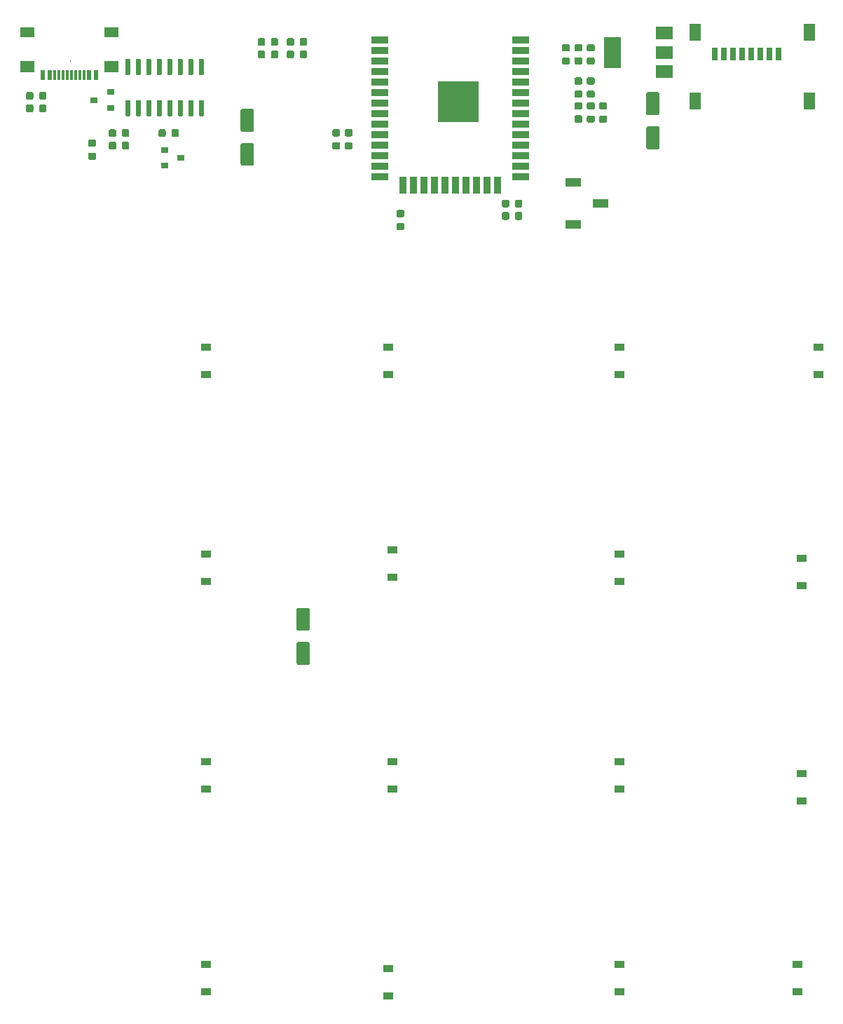
<source format=gbr>
G04 #@! TF.GenerationSoftware,KiCad,Pcbnew,(5.1.4-0-10_14)*
G04 #@! TF.CreationDate,2019-12-13T16:10:25+01:00*
G04 #@! TF.ProjectId,cz-badge-hardware,637a2d62-6164-4676-952d-686172647761,rev?*
G04 #@! TF.SameCoordinates,PX17d7840PY7735940*
G04 #@! TF.FileFunction,Paste,Bot*
G04 #@! TF.FilePolarity,Positive*
%FSLAX46Y46*%
G04 Gerber Fmt 4.6, Leading zero omitted, Abs format (unit mm)*
G04 Created by KiCad (PCBNEW (5.1.4-0-10_14)) date 2019-12-13 16:10:25*
%MOMM*%
%LPD*%
G04 APERTURE LIST*
%ADD10C,0.100000*%
%ADD11C,1.600000*%
%ADD12R,1.900000X1.000000*%
%ADD13C,0.875000*%
%ADD14C,0.100000*%
%ADD15R,0.600000X1.160000*%
%ADD16R,0.300000X1.160000*%
%ADD17R,1.800000X1.200000*%
%ADD18R,1.800000X1.450000*%
%ADD19R,0.800000X1.500000*%
%ADD20R,1.450000X2.000000*%
%ADD21R,2.000000X1.500000*%
%ADD22R,2.000000X3.800000*%
%ADD23R,1.200000X0.900000*%
%ADD24R,2.000000X0.900000*%
%ADD25R,0.900000X2.000000*%
%ADD26R,5.000000X5.000000*%
%ADD27C,0.600000*%
%ADD28R,0.900000X0.800000*%
G04 APERTURE END LIST*
D10*
G36*
X34824504Y44573796D02*
G01*
X34848773Y44570196D01*
X34872571Y44564235D01*
X34895671Y44555970D01*
X34917849Y44545480D01*
X34938893Y44532867D01*
X34958598Y44518253D01*
X34976777Y44501777D01*
X34993253Y44483598D01*
X35007867Y44463893D01*
X35020480Y44442849D01*
X35030970Y44420671D01*
X35039235Y44397571D01*
X35045196Y44373773D01*
X35048796Y44349504D01*
X35050000Y44325000D01*
X35050000Y42050000D01*
X35048796Y42025496D01*
X35045196Y42001227D01*
X35039235Y41977429D01*
X35030970Y41954329D01*
X35020480Y41932151D01*
X35007867Y41911107D01*
X34993253Y41891402D01*
X34976777Y41873223D01*
X34958598Y41856747D01*
X34938893Y41842133D01*
X34917849Y41829520D01*
X34895671Y41819030D01*
X34872571Y41810765D01*
X34848773Y41804804D01*
X34824504Y41801204D01*
X34800000Y41800000D01*
X33700000Y41800000D01*
X33675496Y41801204D01*
X33651227Y41804804D01*
X33627429Y41810765D01*
X33604329Y41819030D01*
X33582151Y41829520D01*
X33561107Y41842133D01*
X33541402Y41856747D01*
X33523223Y41873223D01*
X33506747Y41891402D01*
X33492133Y41911107D01*
X33479520Y41932151D01*
X33469030Y41954329D01*
X33460765Y41977429D01*
X33454804Y42001227D01*
X33451204Y42025496D01*
X33450000Y42050000D01*
X33450000Y44325000D01*
X33451204Y44349504D01*
X33454804Y44373773D01*
X33460765Y44397571D01*
X33469030Y44420671D01*
X33479520Y44442849D01*
X33492133Y44463893D01*
X33506747Y44483598D01*
X33523223Y44501777D01*
X33541402Y44518253D01*
X33561107Y44532867D01*
X33582151Y44545480D01*
X33604329Y44555970D01*
X33627429Y44564235D01*
X33651227Y44570196D01*
X33675496Y44573796D01*
X33700000Y44575000D01*
X34800000Y44575000D01*
X34824504Y44573796D01*
X34824504Y44573796D01*
G37*
D11*
X34250000Y43187500D03*
D10*
G36*
X34824504Y48698796D02*
G01*
X34848773Y48695196D01*
X34872571Y48689235D01*
X34895671Y48680970D01*
X34917849Y48670480D01*
X34938893Y48657867D01*
X34958598Y48643253D01*
X34976777Y48626777D01*
X34993253Y48608598D01*
X35007867Y48588893D01*
X35020480Y48567849D01*
X35030970Y48545671D01*
X35039235Y48522571D01*
X35045196Y48498773D01*
X35048796Y48474504D01*
X35050000Y48450000D01*
X35050000Y46175000D01*
X35048796Y46150496D01*
X35045196Y46126227D01*
X35039235Y46102429D01*
X35030970Y46079329D01*
X35020480Y46057151D01*
X35007867Y46036107D01*
X34993253Y46016402D01*
X34976777Y45998223D01*
X34958598Y45981747D01*
X34938893Y45967133D01*
X34917849Y45954520D01*
X34895671Y45944030D01*
X34872571Y45935765D01*
X34848773Y45929804D01*
X34824504Y45926204D01*
X34800000Y45925000D01*
X33700000Y45925000D01*
X33675496Y45926204D01*
X33651227Y45929804D01*
X33627429Y45935765D01*
X33604329Y45944030D01*
X33582151Y45954520D01*
X33561107Y45967133D01*
X33541402Y45981747D01*
X33523223Y45998223D01*
X33506747Y46016402D01*
X33492133Y46036107D01*
X33479520Y46057151D01*
X33469030Y46079329D01*
X33460765Y46102429D01*
X33454804Y46126227D01*
X33451204Y46150496D01*
X33450000Y46175000D01*
X33450000Y48450000D01*
X33451204Y48474504D01*
X33454804Y48498773D01*
X33460765Y48522571D01*
X33469030Y48545671D01*
X33479520Y48567849D01*
X33492133Y48588893D01*
X33506747Y48608598D01*
X33523223Y48626777D01*
X33541402Y48643253D01*
X33561107Y48657867D01*
X33582151Y48670480D01*
X33604329Y48680970D01*
X33627429Y48689235D01*
X33651227Y48695196D01*
X33675496Y48698796D01*
X33700000Y48700000D01*
X34800000Y48700000D01*
X34824504Y48698796D01*
X34824504Y48698796D01*
G37*
D11*
X34250000Y47312500D03*
D10*
G36*
X77074504Y106823796D02*
G01*
X77098773Y106820196D01*
X77122571Y106814235D01*
X77145671Y106805970D01*
X77167849Y106795480D01*
X77188893Y106782867D01*
X77208598Y106768253D01*
X77226777Y106751777D01*
X77243253Y106733598D01*
X77257867Y106713893D01*
X77270480Y106692849D01*
X77280970Y106670671D01*
X77289235Y106647571D01*
X77295196Y106623773D01*
X77298796Y106599504D01*
X77300000Y106575000D01*
X77300000Y104300000D01*
X77298796Y104275496D01*
X77295196Y104251227D01*
X77289235Y104227429D01*
X77280970Y104204329D01*
X77270480Y104182151D01*
X77257867Y104161107D01*
X77243253Y104141402D01*
X77226777Y104123223D01*
X77208598Y104106747D01*
X77188893Y104092133D01*
X77167849Y104079520D01*
X77145671Y104069030D01*
X77122571Y104060765D01*
X77098773Y104054804D01*
X77074504Y104051204D01*
X77050000Y104050000D01*
X75950000Y104050000D01*
X75925496Y104051204D01*
X75901227Y104054804D01*
X75877429Y104060765D01*
X75854329Y104069030D01*
X75832151Y104079520D01*
X75811107Y104092133D01*
X75791402Y104106747D01*
X75773223Y104123223D01*
X75756747Y104141402D01*
X75742133Y104161107D01*
X75729520Y104182151D01*
X75719030Y104204329D01*
X75710765Y104227429D01*
X75704804Y104251227D01*
X75701204Y104275496D01*
X75700000Y104300000D01*
X75700000Y106575000D01*
X75701204Y106599504D01*
X75704804Y106623773D01*
X75710765Y106647571D01*
X75719030Y106670671D01*
X75729520Y106692849D01*
X75742133Y106713893D01*
X75756747Y106733598D01*
X75773223Y106751777D01*
X75791402Y106768253D01*
X75811107Y106782867D01*
X75832151Y106795480D01*
X75854329Y106805970D01*
X75877429Y106814235D01*
X75901227Y106820196D01*
X75925496Y106823796D01*
X75950000Y106825000D01*
X77050000Y106825000D01*
X77074504Y106823796D01*
X77074504Y106823796D01*
G37*
D11*
X76500000Y105437500D03*
D10*
G36*
X77074504Y110948796D02*
G01*
X77098773Y110945196D01*
X77122571Y110939235D01*
X77145671Y110930970D01*
X77167849Y110920480D01*
X77188893Y110907867D01*
X77208598Y110893253D01*
X77226777Y110876777D01*
X77243253Y110858598D01*
X77257867Y110838893D01*
X77270480Y110817849D01*
X77280970Y110795671D01*
X77289235Y110772571D01*
X77295196Y110748773D01*
X77298796Y110724504D01*
X77300000Y110700000D01*
X77300000Y108425000D01*
X77298796Y108400496D01*
X77295196Y108376227D01*
X77289235Y108352429D01*
X77280970Y108329329D01*
X77270480Y108307151D01*
X77257867Y108286107D01*
X77243253Y108266402D01*
X77226777Y108248223D01*
X77208598Y108231747D01*
X77188893Y108217133D01*
X77167849Y108204520D01*
X77145671Y108194030D01*
X77122571Y108185765D01*
X77098773Y108179804D01*
X77074504Y108176204D01*
X77050000Y108175000D01*
X75950000Y108175000D01*
X75925496Y108176204D01*
X75901227Y108179804D01*
X75877429Y108185765D01*
X75854329Y108194030D01*
X75832151Y108204520D01*
X75811107Y108217133D01*
X75791402Y108231747D01*
X75773223Y108248223D01*
X75756747Y108266402D01*
X75742133Y108286107D01*
X75729520Y108307151D01*
X75719030Y108329329D01*
X75710765Y108352429D01*
X75704804Y108376227D01*
X75701204Y108400496D01*
X75700000Y108425000D01*
X75700000Y110700000D01*
X75701204Y110724504D01*
X75704804Y110748773D01*
X75710765Y110772571D01*
X75719030Y110795671D01*
X75729520Y110817849D01*
X75742133Y110838893D01*
X75756747Y110858598D01*
X75773223Y110876777D01*
X75791402Y110893253D01*
X75811107Y110907867D01*
X75832151Y110920480D01*
X75854329Y110930970D01*
X75877429Y110939235D01*
X75901227Y110945196D01*
X75925496Y110948796D01*
X75950000Y110950000D01*
X77050000Y110950000D01*
X77074504Y110948796D01*
X77074504Y110948796D01*
G37*
D11*
X76500000Y109562500D03*
D10*
G36*
X28074504Y104823796D02*
G01*
X28098773Y104820196D01*
X28122571Y104814235D01*
X28145671Y104805970D01*
X28167849Y104795480D01*
X28188893Y104782867D01*
X28208598Y104768253D01*
X28226777Y104751777D01*
X28243253Y104733598D01*
X28257867Y104713893D01*
X28270480Y104692849D01*
X28280970Y104670671D01*
X28289235Y104647571D01*
X28295196Y104623773D01*
X28298796Y104599504D01*
X28300000Y104575000D01*
X28300000Y102300000D01*
X28298796Y102275496D01*
X28295196Y102251227D01*
X28289235Y102227429D01*
X28280970Y102204329D01*
X28270480Y102182151D01*
X28257867Y102161107D01*
X28243253Y102141402D01*
X28226777Y102123223D01*
X28208598Y102106747D01*
X28188893Y102092133D01*
X28167849Y102079520D01*
X28145671Y102069030D01*
X28122571Y102060765D01*
X28098773Y102054804D01*
X28074504Y102051204D01*
X28050000Y102050000D01*
X26950000Y102050000D01*
X26925496Y102051204D01*
X26901227Y102054804D01*
X26877429Y102060765D01*
X26854329Y102069030D01*
X26832151Y102079520D01*
X26811107Y102092133D01*
X26791402Y102106747D01*
X26773223Y102123223D01*
X26756747Y102141402D01*
X26742133Y102161107D01*
X26729520Y102182151D01*
X26719030Y102204329D01*
X26710765Y102227429D01*
X26704804Y102251227D01*
X26701204Y102275496D01*
X26700000Y102300000D01*
X26700000Y104575000D01*
X26701204Y104599504D01*
X26704804Y104623773D01*
X26710765Y104647571D01*
X26719030Y104670671D01*
X26729520Y104692849D01*
X26742133Y104713893D01*
X26756747Y104733598D01*
X26773223Y104751777D01*
X26791402Y104768253D01*
X26811107Y104782867D01*
X26832151Y104795480D01*
X26854329Y104805970D01*
X26877429Y104814235D01*
X26901227Y104820196D01*
X26925496Y104823796D01*
X26950000Y104825000D01*
X28050000Y104825000D01*
X28074504Y104823796D01*
X28074504Y104823796D01*
G37*
D11*
X27500000Y103437500D03*
D10*
G36*
X28074504Y108948796D02*
G01*
X28098773Y108945196D01*
X28122571Y108939235D01*
X28145671Y108930970D01*
X28167849Y108920480D01*
X28188893Y108907867D01*
X28208598Y108893253D01*
X28226777Y108876777D01*
X28243253Y108858598D01*
X28257867Y108838893D01*
X28270480Y108817849D01*
X28280970Y108795671D01*
X28289235Y108772571D01*
X28295196Y108748773D01*
X28298796Y108724504D01*
X28300000Y108700000D01*
X28300000Y106425000D01*
X28298796Y106400496D01*
X28295196Y106376227D01*
X28289235Y106352429D01*
X28280970Y106329329D01*
X28270480Y106307151D01*
X28257867Y106286107D01*
X28243253Y106266402D01*
X28226777Y106248223D01*
X28208598Y106231747D01*
X28188893Y106217133D01*
X28167849Y106204520D01*
X28145671Y106194030D01*
X28122571Y106185765D01*
X28098773Y106179804D01*
X28074504Y106176204D01*
X28050000Y106175000D01*
X26950000Y106175000D01*
X26925496Y106176204D01*
X26901227Y106179804D01*
X26877429Y106185765D01*
X26854329Y106194030D01*
X26832151Y106204520D01*
X26811107Y106217133D01*
X26791402Y106231747D01*
X26773223Y106248223D01*
X26756747Y106266402D01*
X26742133Y106286107D01*
X26729520Y106307151D01*
X26719030Y106329329D01*
X26710765Y106352429D01*
X26704804Y106376227D01*
X26701204Y106400496D01*
X26700000Y106425000D01*
X26700000Y108700000D01*
X26701204Y108724504D01*
X26704804Y108748773D01*
X26710765Y108772571D01*
X26719030Y108795671D01*
X26729520Y108817849D01*
X26742133Y108838893D01*
X26756747Y108858598D01*
X26773223Y108876777D01*
X26791402Y108893253D01*
X26811107Y108907867D01*
X26832151Y108920480D01*
X26854329Y108930970D01*
X26877429Y108939235D01*
X26901227Y108945196D01*
X26925496Y108948796D01*
X26950000Y108950000D01*
X28050000Y108950000D01*
X28074504Y108948796D01*
X28074504Y108948796D01*
G37*
D11*
X27500000Y107562500D03*
D12*
X70150000Y97500000D03*
X66850000Y100040000D03*
X66850000Y94960000D03*
D10*
G36*
X3027691Y110973947D02*
G01*
X3048926Y110970797D01*
X3069750Y110965581D01*
X3089962Y110958349D01*
X3109368Y110949170D01*
X3127781Y110938134D01*
X3145024Y110925346D01*
X3160930Y110910930D01*
X3175346Y110895024D01*
X3188134Y110877781D01*
X3199170Y110859368D01*
X3208349Y110839962D01*
X3215581Y110819750D01*
X3220797Y110798926D01*
X3223947Y110777691D01*
X3225000Y110756250D01*
X3225000Y110243750D01*
X3223947Y110222309D01*
X3220797Y110201074D01*
X3215581Y110180250D01*
X3208349Y110160038D01*
X3199170Y110140632D01*
X3188134Y110122219D01*
X3175346Y110104976D01*
X3160930Y110089070D01*
X3145024Y110074654D01*
X3127781Y110061866D01*
X3109368Y110050830D01*
X3089962Y110041651D01*
X3069750Y110034419D01*
X3048926Y110029203D01*
X3027691Y110026053D01*
X3006250Y110025000D01*
X2568750Y110025000D01*
X2547309Y110026053D01*
X2526074Y110029203D01*
X2505250Y110034419D01*
X2485038Y110041651D01*
X2465632Y110050830D01*
X2447219Y110061866D01*
X2429976Y110074654D01*
X2414070Y110089070D01*
X2399654Y110104976D01*
X2386866Y110122219D01*
X2375830Y110140632D01*
X2366651Y110160038D01*
X2359419Y110180250D01*
X2354203Y110201074D01*
X2351053Y110222309D01*
X2350000Y110243750D01*
X2350000Y110756250D01*
X2351053Y110777691D01*
X2354203Y110798926D01*
X2359419Y110819750D01*
X2366651Y110839962D01*
X2375830Y110859368D01*
X2386866Y110877781D01*
X2399654Y110895024D01*
X2414070Y110910930D01*
X2429976Y110925346D01*
X2447219Y110938134D01*
X2465632Y110949170D01*
X2485038Y110958349D01*
X2505250Y110965581D01*
X2526074Y110970797D01*
X2547309Y110973947D01*
X2568750Y110975000D01*
X3006250Y110975000D01*
X3027691Y110973947D01*
X3027691Y110973947D01*
G37*
D13*
X2787500Y110500000D03*
D10*
G36*
X1452691Y110973947D02*
G01*
X1473926Y110970797D01*
X1494750Y110965581D01*
X1514962Y110958349D01*
X1534368Y110949170D01*
X1552781Y110938134D01*
X1570024Y110925346D01*
X1585930Y110910930D01*
X1600346Y110895024D01*
X1613134Y110877781D01*
X1624170Y110859368D01*
X1633349Y110839962D01*
X1640581Y110819750D01*
X1645797Y110798926D01*
X1648947Y110777691D01*
X1650000Y110756250D01*
X1650000Y110243750D01*
X1648947Y110222309D01*
X1645797Y110201074D01*
X1640581Y110180250D01*
X1633349Y110160038D01*
X1624170Y110140632D01*
X1613134Y110122219D01*
X1600346Y110104976D01*
X1585930Y110089070D01*
X1570024Y110074654D01*
X1552781Y110061866D01*
X1534368Y110050830D01*
X1514962Y110041651D01*
X1494750Y110034419D01*
X1473926Y110029203D01*
X1452691Y110026053D01*
X1431250Y110025000D01*
X993750Y110025000D01*
X972309Y110026053D01*
X951074Y110029203D01*
X930250Y110034419D01*
X910038Y110041651D01*
X890632Y110050830D01*
X872219Y110061866D01*
X854976Y110074654D01*
X839070Y110089070D01*
X824654Y110104976D01*
X811866Y110122219D01*
X800830Y110140632D01*
X791651Y110160038D01*
X784419Y110180250D01*
X779203Y110201074D01*
X776053Y110222309D01*
X775000Y110243750D01*
X775000Y110756250D01*
X776053Y110777691D01*
X779203Y110798926D01*
X784419Y110819750D01*
X791651Y110839962D01*
X800830Y110859368D01*
X811866Y110877781D01*
X824654Y110895024D01*
X839070Y110910930D01*
X854976Y110925346D01*
X872219Y110938134D01*
X890632Y110949170D01*
X910038Y110958349D01*
X930250Y110965581D01*
X951074Y110970797D01*
X972309Y110973947D01*
X993750Y110975000D01*
X1431250Y110975000D01*
X1452691Y110973947D01*
X1452691Y110973947D01*
G37*
D13*
X1212500Y110500000D03*
D10*
G36*
X1452691Y109473947D02*
G01*
X1473926Y109470797D01*
X1494750Y109465581D01*
X1514962Y109458349D01*
X1534368Y109449170D01*
X1552781Y109438134D01*
X1570024Y109425346D01*
X1585930Y109410930D01*
X1600346Y109395024D01*
X1613134Y109377781D01*
X1624170Y109359368D01*
X1633349Y109339962D01*
X1640581Y109319750D01*
X1645797Y109298926D01*
X1648947Y109277691D01*
X1650000Y109256250D01*
X1650000Y108743750D01*
X1648947Y108722309D01*
X1645797Y108701074D01*
X1640581Y108680250D01*
X1633349Y108660038D01*
X1624170Y108640632D01*
X1613134Y108622219D01*
X1600346Y108604976D01*
X1585930Y108589070D01*
X1570024Y108574654D01*
X1552781Y108561866D01*
X1534368Y108550830D01*
X1514962Y108541651D01*
X1494750Y108534419D01*
X1473926Y108529203D01*
X1452691Y108526053D01*
X1431250Y108525000D01*
X993750Y108525000D01*
X972309Y108526053D01*
X951074Y108529203D01*
X930250Y108534419D01*
X910038Y108541651D01*
X890632Y108550830D01*
X872219Y108561866D01*
X854976Y108574654D01*
X839070Y108589070D01*
X824654Y108604976D01*
X811866Y108622219D01*
X800830Y108640632D01*
X791651Y108660038D01*
X784419Y108680250D01*
X779203Y108701074D01*
X776053Y108722309D01*
X775000Y108743750D01*
X775000Y109256250D01*
X776053Y109277691D01*
X779203Y109298926D01*
X784419Y109319750D01*
X791651Y109339962D01*
X800830Y109359368D01*
X811866Y109377781D01*
X824654Y109395024D01*
X839070Y109410930D01*
X854976Y109425346D01*
X872219Y109438134D01*
X890632Y109449170D01*
X910038Y109458349D01*
X930250Y109465581D01*
X951074Y109470797D01*
X972309Y109473947D01*
X993750Y109475000D01*
X1431250Y109475000D01*
X1452691Y109473947D01*
X1452691Y109473947D01*
G37*
D13*
X1212500Y109000000D03*
D10*
G36*
X3027691Y109473947D02*
G01*
X3048926Y109470797D01*
X3069750Y109465581D01*
X3089962Y109458349D01*
X3109368Y109449170D01*
X3127781Y109438134D01*
X3145024Y109425346D01*
X3160930Y109410930D01*
X3175346Y109395024D01*
X3188134Y109377781D01*
X3199170Y109359368D01*
X3208349Y109339962D01*
X3215581Y109319750D01*
X3220797Y109298926D01*
X3223947Y109277691D01*
X3225000Y109256250D01*
X3225000Y108743750D01*
X3223947Y108722309D01*
X3220797Y108701074D01*
X3215581Y108680250D01*
X3208349Y108660038D01*
X3199170Y108640632D01*
X3188134Y108622219D01*
X3175346Y108604976D01*
X3160930Y108589070D01*
X3145024Y108574654D01*
X3127781Y108561866D01*
X3109368Y108550830D01*
X3089962Y108541651D01*
X3069750Y108534419D01*
X3048926Y108529203D01*
X3027691Y108526053D01*
X3006250Y108525000D01*
X2568750Y108525000D01*
X2547309Y108526053D01*
X2526074Y108529203D01*
X2505250Y108534419D01*
X2485038Y108541651D01*
X2465632Y108550830D01*
X2447219Y108561866D01*
X2429976Y108574654D01*
X2414070Y108589070D01*
X2399654Y108604976D01*
X2386866Y108622219D01*
X2375830Y108640632D01*
X2366651Y108660038D01*
X2359419Y108680250D01*
X2354203Y108701074D01*
X2351053Y108722309D01*
X2350000Y108743750D01*
X2350000Y109256250D01*
X2351053Y109277691D01*
X2354203Y109298926D01*
X2359419Y109319750D01*
X2366651Y109339962D01*
X2375830Y109359368D01*
X2386866Y109377781D01*
X2399654Y109395024D01*
X2414070Y109410930D01*
X2429976Y109425346D01*
X2447219Y109438134D01*
X2465632Y109449170D01*
X2485038Y109458349D01*
X2505250Y109465581D01*
X2526074Y109470797D01*
X2547309Y109473947D01*
X2568750Y109475000D01*
X3006250Y109475000D01*
X3027691Y109473947D01*
X3027691Y109473947D01*
G37*
D13*
X2787500Y109000000D03*
D10*
G36*
X6127450Y114749880D02*
G01*
X6129877Y114749520D01*
X6132257Y114748924D01*
X6134567Y114748097D01*
X6136785Y114747048D01*
X6138889Y114745787D01*
X6140860Y114744325D01*
X6142678Y114742678D01*
X6144325Y114740860D01*
X6145787Y114738889D01*
X6147048Y114736785D01*
X6148097Y114734567D01*
X6148924Y114732257D01*
X6149520Y114729877D01*
X6149880Y114727450D01*
X6150000Y114725000D01*
X6150000Y114675000D01*
X6149880Y114672550D01*
X6149520Y114670123D01*
X6148924Y114667743D01*
X6148097Y114665433D01*
X6147048Y114663215D01*
X6145787Y114661111D01*
X6144325Y114659140D01*
X6142678Y114657322D01*
X6140860Y114655675D01*
X6138889Y114654213D01*
X6136785Y114652952D01*
X6134567Y114651903D01*
X6132257Y114651076D01*
X6129877Y114650480D01*
X6127450Y114650120D01*
X6125000Y114650000D01*
X6075000Y114650000D01*
X6072550Y114650120D01*
X6070123Y114650480D01*
X6067743Y114651076D01*
X6065433Y114651903D01*
X6063215Y114652952D01*
X6061111Y114654213D01*
X6059140Y114655675D01*
X6057322Y114657322D01*
X6055675Y114659140D01*
X6054213Y114661111D01*
X6052952Y114663215D01*
X6051903Y114665433D01*
X6051076Y114667743D01*
X6050480Y114670123D01*
X6050120Y114672550D01*
X6050000Y114675000D01*
X6050000Y114725000D01*
X6050120Y114727450D01*
X6050480Y114729877D01*
X6051076Y114732257D01*
X6051903Y114734567D01*
X6052952Y114736785D01*
X6054213Y114738889D01*
X6055675Y114740860D01*
X6057322Y114742678D01*
X6059140Y114744325D01*
X6061111Y114745787D01*
X6063215Y114747048D01*
X6065433Y114748097D01*
X6067743Y114748924D01*
X6070123Y114749520D01*
X6072550Y114749880D01*
X6075000Y114750000D01*
X6125000Y114750000D01*
X6127450Y114749880D01*
X6127450Y114749880D01*
G37*
D14*
X6100000Y114700000D03*
D10*
G36*
X6127450Y114749880D02*
G01*
X6129877Y114749520D01*
X6132257Y114748924D01*
X6134567Y114748097D01*
X6136785Y114747048D01*
X6138889Y114745787D01*
X6140860Y114744325D01*
X6142678Y114742678D01*
X6144325Y114740860D01*
X6145787Y114738889D01*
X6147048Y114736785D01*
X6148097Y114734567D01*
X6148924Y114732257D01*
X6149520Y114729877D01*
X6149880Y114727450D01*
X6150000Y114725000D01*
X6150000Y114675000D01*
X6149880Y114672550D01*
X6149520Y114670123D01*
X6148924Y114667743D01*
X6148097Y114665433D01*
X6147048Y114663215D01*
X6145787Y114661111D01*
X6144325Y114659140D01*
X6142678Y114657322D01*
X6140860Y114655675D01*
X6138889Y114654213D01*
X6136785Y114652952D01*
X6134567Y114651903D01*
X6132257Y114651076D01*
X6129877Y114650480D01*
X6127450Y114650120D01*
X6125000Y114650000D01*
X6075000Y114650000D01*
X6072550Y114650120D01*
X6070123Y114650480D01*
X6067743Y114651076D01*
X6065433Y114651903D01*
X6063215Y114652952D01*
X6061111Y114654213D01*
X6059140Y114655675D01*
X6057322Y114657322D01*
X6055675Y114659140D01*
X6054213Y114661111D01*
X6052952Y114663215D01*
X6051903Y114665433D01*
X6051076Y114667743D01*
X6050480Y114670123D01*
X6050120Y114672550D01*
X6050000Y114675000D01*
X6050000Y114725000D01*
X6050120Y114727450D01*
X6050480Y114729877D01*
X6051076Y114732257D01*
X6051903Y114734567D01*
X6052952Y114736785D01*
X6054213Y114738889D01*
X6055675Y114740860D01*
X6057322Y114742678D01*
X6059140Y114744325D01*
X6061111Y114745787D01*
X6063215Y114747048D01*
X6065433Y114748097D01*
X6067743Y114748924D01*
X6070123Y114749520D01*
X6072550Y114749880D01*
X6075000Y114750000D01*
X6125000Y114750000D01*
X6127450Y114749880D01*
X6127450Y114749880D01*
G37*
D14*
X6100000Y114700000D03*
D10*
G36*
X6127450Y114749880D02*
G01*
X6129877Y114749520D01*
X6132257Y114748924D01*
X6134567Y114748097D01*
X6136785Y114747048D01*
X6138889Y114745787D01*
X6140860Y114744325D01*
X6142678Y114742678D01*
X6144325Y114740860D01*
X6145787Y114738889D01*
X6147048Y114736785D01*
X6148097Y114734567D01*
X6148924Y114732257D01*
X6149520Y114729877D01*
X6149880Y114727450D01*
X6150000Y114725000D01*
X6150000Y114675000D01*
X6149880Y114672550D01*
X6149520Y114670123D01*
X6148924Y114667743D01*
X6148097Y114665433D01*
X6147048Y114663215D01*
X6145787Y114661111D01*
X6144325Y114659140D01*
X6142678Y114657322D01*
X6140860Y114655675D01*
X6138889Y114654213D01*
X6136785Y114652952D01*
X6134567Y114651903D01*
X6132257Y114651076D01*
X6129877Y114650480D01*
X6127450Y114650120D01*
X6125000Y114650000D01*
X6075000Y114650000D01*
X6072550Y114650120D01*
X6070123Y114650480D01*
X6067743Y114651076D01*
X6065433Y114651903D01*
X6063215Y114652952D01*
X6061111Y114654213D01*
X6059140Y114655675D01*
X6057322Y114657322D01*
X6055675Y114659140D01*
X6054213Y114661111D01*
X6052952Y114663215D01*
X6051903Y114665433D01*
X6051076Y114667743D01*
X6050480Y114670123D01*
X6050120Y114672550D01*
X6050000Y114675000D01*
X6050000Y114725000D01*
X6050120Y114727450D01*
X6050480Y114729877D01*
X6051076Y114732257D01*
X6051903Y114734567D01*
X6052952Y114736785D01*
X6054213Y114738889D01*
X6055675Y114740860D01*
X6057322Y114742678D01*
X6059140Y114744325D01*
X6061111Y114745787D01*
X6063215Y114747048D01*
X6065433Y114748097D01*
X6067743Y114748924D01*
X6070123Y114749520D01*
X6072550Y114749880D01*
X6075000Y114750000D01*
X6125000Y114750000D01*
X6127450Y114749880D01*
X6127450Y114749880D01*
G37*
D14*
X6100000Y114700000D03*
D10*
G36*
X6127450Y114749880D02*
G01*
X6129877Y114749520D01*
X6132257Y114748924D01*
X6134567Y114748097D01*
X6136785Y114747048D01*
X6138889Y114745787D01*
X6140860Y114744325D01*
X6142678Y114742678D01*
X6144325Y114740860D01*
X6145787Y114738889D01*
X6147048Y114736785D01*
X6148097Y114734567D01*
X6148924Y114732257D01*
X6149520Y114729877D01*
X6149880Y114727450D01*
X6150000Y114725000D01*
X6150000Y114675000D01*
X6149880Y114672550D01*
X6149520Y114670123D01*
X6148924Y114667743D01*
X6148097Y114665433D01*
X6147048Y114663215D01*
X6145787Y114661111D01*
X6144325Y114659140D01*
X6142678Y114657322D01*
X6140860Y114655675D01*
X6138889Y114654213D01*
X6136785Y114652952D01*
X6134567Y114651903D01*
X6132257Y114651076D01*
X6129877Y114650480D01*
X6127450Y114650120D01*
X6125000Y114650000D01*
X6075000Y114650000D01*
X6072550Y114650120D01*
X6070123Y114650480D01*
X6067743Y114651076D01*
X6065433Y114651903D01*
X6063215Y114652952D01*
X6061111Y114654213D01*
X6059140Y114655675D01*
X6057322Y114657322D01*
X6055675Y114659140D01*
X6054213Y114661111D01*
X6052952Y114663215D01*
X6051903Y114665433D01*
X6051076Y114667743D01*
X6050480Y114670123D01*
X6050120Y114672550D01*
X6050000Y114675000D01*
X6050000Y114725000D01*
X6050120Y114727450D01*
X6050480Y114729877D01*
X6051076Y114732257D01*
X6051903Y114734567D01*
X6052952Y114736785D01*
X6054213Y114738889D01*
X6055675Y114740860D01*
X6057322Y114742678D01*
X6059140Y114744325D01*
X6061111Y114745787D01*
X6063215Y114747048D01*
X6065433Y114748097D01*
X6067743Y114748924D01*
X6070123Y114749520D01*
X6072550Y114749880D01*
X6075000Y114750000D01*
X6125000Y114750000D01*
X6127450Y114749880D01*
X6127450Y114749880D01*
G37*
D14*
X6100000Y114700000D03*
D10*
G36*
X6127450Y114749880D02*
G01*
X6129877Y114749520D01*
X6132257Y114748924D01*
X6134567Y114748097D01*
X6136785Y114747048D01*
X6138889Y114745787D01*
X6140860Y114744325D01*
X6142678Y114742678D01*
X6144325Y114740860D01*
X6145787Y114738889D01*
X6147048Y114736785D01*
X6148097Y114734567D01*
X6148924Y114732257D01*
X6149520Y114729877D01*
X6149880Y114727450D01*
X6150000Y114725000D01*
X6150000Y114675000D01*
X6149880Y114672550D01*
X6149520Y114670123D01*
X6148924Y114667743D01*
X6148097Y114665433D01*
X6147048Y114663215D01*
X6145787Y114661111D01*
X6144325Y114659140D01*
X6142678Y114657322D01*
X6140860Y114655675D01*
X6138889Y114654213D01*
X6136785Y114652952D01*
X6134567Y114651903D01*
X6132257Y114651076D01*
X6129877Y114650480D01*
X6127450Y114650120D01*
X6125000Y114650000D01*
X6075000Y114650000D01*
X6072550Y114650120D01*
X6070123Y114650480D01*
X6067743Y114651076D01*
X6065433Y114651903D01*
X6063215Y114652952D01*
X6061111Y114654213D01*
X6059140Y114655675D01*
X6057322Y114657322D01*
X6055675Y114659140D01*
X6054213Y114661111D01*
X6052952Y114663215D01*
X6051903Y114665433D01*
X6051076Y114667743D01*
X6050480Y114670123D01*
X6050120Y114672550D01*
X6050000Y114675000D01*
X6050000Y114725000D01*
X6050120Y114727450D01*
X6050480Y114729877D01*
X6051076Y114732257D01*
X6051903Y114734567D01*
X6052952Y114736785D01*
X6054213Y114738889D01*
X6055675Y114740860D01*
X6057322Y114742678D01*
X6059140Y114744325D01*
X6061111Y114745787D01*
X6063215Y114747048D01*
X6065433Y114748097D01*
X6067743Y114748924D01*
X6070123Y114749520D01*
X6072550Y114749880D01*
X6075000Y114750000D01*
X6125000Y114750000D01*
X6127450Y114749880D01*
X6127450Y114749880D01*
G37*
D14*
X6100000Y114700000D03*
D10*
G36*
X6127450Y114749880D02*
G01*
X6129877Y114749520D01*
X6132257Y114748924D01*
X6134567Y114748097D01*
X6136785Y114747048D01*
X6138889Y114745787D01*
X6140860Y114744325D01*
X6142678Y114742678D01*
X6144325Y114740860D01*
X6145787Y114738889D01*
X6147048Y114736785D01*
X6148097Y114734567D01*
X6148924Y114732257D01*
X6149520Y114729877D01*
X6149880Y114727450D01*
X6150000Y114725000D01*
X6150000Y114675000D01*
X6149880Y114672550D01*
X6149520Y114670123D01*
X6148924Y114667743D01*
X6148097Y114665433D01*
X6147048Y114663215D01*
X6145787Y114661111D01*
X6144325Y114659140D01*
X6142678Y114657322D01*
X6140860Y114655675D01*
X6138889Y114654213D01*
X6136785Y114652952D01*
X6134567Y114651903D01*
X6132257Y114651076D01*
X6129877Y114650480D01*
X6127450Y114650120D01*
X6125000Y114650000D01*
X6075000Y114650000D01*
X6072550Y114650120D01*
X6070123Y114650480D01*
X6067743Y114651076D01*
X6065433Y114651903D01*
X6063215Y114652952D01*
X6061111Y114654213D01*
X6059140Y114655675D01*
X6057322Y114657322D01*
X6055675Y114659140D01*
X6054213Y114661111D01*
X6052952Y114663215D01*
X6051903Y114665433D01*
X6051076Y114667743D01*
X6050480Y114670123D01*
X6050120Y114672550D01*
X6050000Y114675000D01*
X6050000Y114725000D01*
X6050120Y114727450D01*
X6050480Y114729877D01*
X6051076Y114732257D01*
X6051903Y114734567D01*
X6052952Y114736785D01*
X6054213Y114738889D01*
X6055675Y114740860D01*
X6057322Y114742678D01*
X6059140Y114744325D01*
X6061111Y114745787D01*
X6063215Y114747048D01*
X6065433Y114748097D01*
X6067743Y114748924D01*
X6070123Y114749520D01*
X6072550Y114749880D01*
X6075000Y114750000D01*
X6125000Y114750000D01*
X6127450Y114749880D01*
X6127450Y114749880D01*
G37*
D14*
X6100000Y114700000D03*
D10*
G36*
X6127450Y114749880D02*
G01*
X6129877Y114749520D01*
X6132257Y114748924D01*
X6134567Y114748097D01*
X6136785Y114747048D01*
X6138889Y114745787D01*
X6140860Y114744325D01*
X6142678Y114742678D01*
X6144325Y114740860D01*
X6145787Y114738889D01*
X6147048Y114736785D01*
X6148097Y114734567D01*
X6148924Y114732257D01*
X6149520Y114729877D01*
X6149880Y114727450D01*
X6150000Y114725000D01*
X6150000Y114675000D01*
X6149880Y114672550D01*
X6149520Y114670123D01*
X6148924Y114667743D01*
X6148097Y114665433D01*
X6147048Y114663215D01*
X6145787Y114661111D01*
X6144325Y114659140D01*
X6142678Y114657322D01*
X6140860Y114655675D01*
X6138889Y114654213D01*
X6136785Y114652952D01*
X6134567Y114651903D01*
X6132257Y114651076D01*
X6129877Y114650480D01*
X6127450Y114650120D01*
X6125000Y114650000D01*
X6075000Y114650000D01*
X6072550Y114650120D01*
X6070123Y114650480D01*
X6067743Y114651076D01*
X6065433Y114651903D01*
X6063215Y114652952D01*
X6061111Y114654213D01*
X6059140Y114655675D01*
X6057322Y114657322D01*
X6055675Y114659140D01*
X6054213Y114661111D01*
X6052952Y114663215D01*
X6051903Y114665433D01*
X6051076Y114667743D01*
X6050480Y114670123D01*
X6050120Y114672550D01*
X6050000Y114675000D01*
X6050000Y114725000D01*
X6050120Y114727450D01*
X6050480Y114729877D01*
X6051076Y114732257D01*
X6051903Y114734567D01*
X6052952Y114736785D01*
X6054213Y114738889D01*
X6055675Y114740860D01*
X6057322Y114742678D01*
X6059140Y114744325D01*
X6061111Y114745787D01*
X6063215Y114747048D01*
X6065433Y114748097D01*
X6067743Y114748924D01*
X6070123Y114749520D01*
X6072550Y114749880D01*
X6075000Y114750000D01*
X6125000Y114750000D01*
X6127450Y114749880D01*
X6127450Y114749880D01*
G37*
D14*
X6100000Y114700000D03*
D10*
G36*
X6127450Y114749880D02*
G01*
X6129877Y114749520D01*
X6132257Y114748924D01*
X6134567Y114748097D01*
X6136785Y114747048D01*
X6138889Y114745787D01*
X6140860Y114744325D01*
X6142678Y114742678D01*
X6144325Y114740860D01*
X6145787Y114738889D01*
X6147048Y114736785D01*
X6148097Y114734567D01*
X6148924Y114732257D01*
X6149520Y114729877D01*
X6149880Y114727450D01*
X6150000Y114725000D01*
X6150000Y114675000D01*
X6149880Y114672550D01*
X6149520Y114670123D01*
X6148924Y114667743D01*
X6148097Y114665433D01*
X6147048Y114663215D01*
X6145787Y114661111D01*
X6144325Y114659140D01*
X6142678Y114657322D01*
X6140860Y114655675D01*
X6138889Y114654213D01*
X6136785Y114652952D01*
X6134567Y114651903D01*
X6132257Y114651076D01*
X6129877Y114650480D01*
X6127450Y114650120D01*
X6125000Y114650000D01*
X6075000Y114650000D01*
X6072550Y114650120D01*
X6070123Y114650480D01*
X6067743Y114651076D01*
X6065433Y114651903D01*
X6063215Y114652952D01*
X6061111Y114654213D01*
X6059140Y114655675D01*
X6057322Y114657322D01*
X6055675Y114659140D01*
X6054213Y114661111D01*
X6052952Y114663215D01*
X6051903Y114665433D01*
X6051076Y114667743D01*
X6050480Y114670123D01*
X6050120Y114672550D01*
X6050000Y114675000D01*
X6050000Y114725000D01*
X6050120Y114727450D01*
X6050480Y114729877D01*
X6051076Y114732257D01*
X6051903Y114734567D01*
X6052952Y114736785D01*
X6054213Y114738889D01*
X6055675Y114740860D01*
X6057322Y114742678D01*
X6059140Y114744325D01*
X6061111Y114745787D01*
X6063215Y114747048D01*
X6065433Y114748097D01*
X6067743Y114748924D01*
X6070123Y114749520D01*
X6072550Y114749880D01*
X6075000Y114750000D01*
X6125000Y114750000D01*
X6127450Y114749880D01*
X6127450Y114749880D01*
G37*
D14*
X6100000Y114700000D03*
D15*
X9200000Y112990000D03*
X8400000Y112990000D03*
X9200000Y112990000D03*
X8400000Y112990000D03*
X2800000Y112990000D03*
X2800000Y112990000D03*
X3600000Y112990000D03*
X3600000Y112990000D03*
D16*
X7750000Y112990000D03*
X6750000Y112990000D03*
X7250000Y112990000D03*
X4750000Y112990000D03*
X4250000Y112990000D03*
X6250000Y112990000D03*
X5750000Y112990000D03*
X5250000Y112990000D03*
D17*
X11050000Y118200000D03*
X950000Y118200000D03*
D18*
X11050000Y114020000D03*
X950000Y114020000D03*
D19*
X91700000Y115550000D03*
X90600000Y115550000D03*
X89500000Y115550000D03*
X88400000Y115550000D03*
X87300000Y115550000D03*
X86200000Y115550000D03*
X85100000Y115550000D03*
X84000000Y115550000D03*
D20*
X81625000Y109850000D03*
X95375000Y109850000D03*
X95375000Y118150000D03*
X81625000Y118150000D03*
D21*
X77900000Y118050000D03*
X77900000Y113450000D03*
X77900000Y115750000D03*
D22*
X71600000Y115750000D03*
D10*
G36*
X9027691Y103648947D02*
G01*
X9048926Y103645797D01*
X9069750Y103640581D01*
X9089962Y103633349D01*
X9109368Y103624170D01*
X9127781Y103613134D01*
X9145024Y103600346D01*
X9160930Y103585930D01*
X9175346Y103570024D01*
X9188134Y103552781D01*
X9199170Y103534368D01*
X9208349Y103514962D01*
X9215581Y103494750D01*
X9220797Y103473926D01*
X9223947Y103452691D01*
X9225000Y103431250D01*
X9225000Y102993750D01*
X9223947Y102972309D01*
X9220797Y102951074D01*
X9215581Y102930250D01*
X9208349Y102910038D01*
X9199170Y102890632D01*
X9188134Y102872219D01*
X9175346Y102854976D01*
X9160930Y102839070D01*
X9145024Y102824654D01*
X9127781Y102811866D01*
X9109368Y102800830D01*
X9089962Y102791651D01*
X9069750Y102784419D01*
X9048926Y102779203D01*
X9027691Y102776053D01*
X9006250Y102775000D01*
X8493750Y102775000D01*
X8472309Y102776053D01*
X8451074Y102779203D01*
X8430250Y102784419D01*
X8410038Y102791651D01*
X8390632Y102800830D01*
X8372219Y102811866D01*
X8354976Y102824654D01*
X8339070Y102839070D01*
X8324654Y102854976D01*
X8311866Y102872219D01*
X8300830Y102890632D01*
X8291651Y102910038D01*
X8284419Y102930250D01*
X8279203Y102951074D01*
X8276053Y102972309D01*
X8275000Y102993750D01*
X8275000Y103431250D01*
X8276053Y103452691D01*
X8279203Y103473926D01*
X8284419Y103494750D01*
X8291651Y103514962D01*
X8300830Y103534368D01*
X8311866Y103552781D01*
X8324654Y103570024D01*
X8339070Y103585930D01*
X8354976Y103600346D01*
X8372219Y103613134D01*
X8390632Y103624170D01*
X8410038Y103633349D01*
X8430250Y103640581D01*
X8451074Y103645797D01*
X8472309Y103648947D01*
X8493750Y103650000D01*
X9006250Y103650000D01*
X9027691Y103648947D01*
X9027691Y103648947D01*
G37*
D13*
X8750000Y103212500D03*
D10*
G36*
X9027691Y105223947D02*
G01*
X9048926Y105220797D01*
X9069750Y105215581D01*
X9089962Y105208349D01*
X9109368Y105199170D01*
X9127781Y105188134D01*
X9145024Y105175346D01*
X9160930Y105160930D01*
X9175346Y105145024D01*
X9188134Y105127781D01*
X9199170Y105109368D01*
X9208349Y105089962D01*
X9215581Y105069750D01*
X9220797Y105048926D01*
X9223947Y105027691D01*
X9225000Y105006250D01*
X9225000Y104568750D01*
X9223947Y104547309D01*
X9220797Y104526074D01*
X9215581Y104505250D01*
X9208349Y104485038D01*
X9199170Y104465632D01*
X9188134Y104447219D01*
X9175346Y104429976D01*
X9160930Y104414070D01*
X9145024Y104399654D01*
X9127781Y104386866D01*
X9109368Y104375830D01*
X9089962Y104366651D01*
X9069750Y104359419D01*
X9048926Y104354203D01*
X9027691Y104351053D01*
X9006250Y104350000D01*
X8493750Y104350000D01*
X8472309Y104351053D01*
X8451074Y104354203D01*
X8430250Y104359419D01*
X8410038Y104366651D01*
X8390632Y104375830D01*
X8372219Y104386866D01*
X8354976Y104399654D01*
X8339070Y104414070D01*
X8324654Y104429976D01*
X8311866Y104447219D01*
X8300830Y104465632D01*
X8291651Y104485038D01*
X8284419Y104505250D01*
X8279203Y104526074D01*
X8276053Y104547309D01*
X8275000Y104568750D01*
X8275000Y105006250D01*
X8276053Y105027691D01*
X8279203Y105048926D01*
X8284419Y105069750D01*
X8291651Y105089962D01*
X8300830Y105109368D01*
X8311866Y105127781D01*
X8324654Y105145024D01*
X8339070Y105160930D01*
X8354976Y105175346D01*
X8372219Y105188134D01*
X8390632Y105199170D01*
X8410038Y105208349D01*
X8430250Y105215581D01*
X8451074Y105220797D01*
X8472309Y105223947D01*
X8493750Y105225000D01*
X9006250Y105225000D01*
X9027691Y105223947D01*
X9027691Y105223947D01*
G37*
D13*
X8750000Y104787500D03*
D23*
X94000000Y5650000D03*
X94000000Y2350000D03*
X72500000Y5650000D03*
X72500000Y2350000D03*
X44500000Y5150000D03*
X44500000Y1850000D03*
X22500000Y5650000D03*
X22500000Y2350000D03*
X94500000Y28650000D03*
X94500000Y25350000D03*
X72500000Y30150000D03*
X72500000Y26850000D03*
X45000000Y30150000D03*
X45000000Y26850000D03*
X22500000Y30150000D03*
X22500000Y26850000D03*
X94500000Y54650000D03*
X94500000Y51350000D03*
X72500000Y55150000D03*
X72500000Y51850000D03*
X45000000Y55650000D03*
X45000000Y52350000D03*
X22500000Y55150000D03*
X22500000Y51850000D03*
X96500000Y80150000D03*
X96500000Y76850000D03*
X72500000Y80150000D03*
X72500000Y76850000D03*
X44500000Y80150000D03*
X44500000Y76850000D03*
X22500000Y80150000D03*
X22500000Y76850000D03*
D24*
X43500000Y117255000D03*
X43500000Y115985000D03*
X43500000Y114715000D03*
X43500000Y113445000D03*
X43500000Y112175000D03*
X43500000Y110905000D03*
X43500000Y109635000D03*
X43500000Y108365000D03*
X43500000Y107095000D03*
X43500000Y105825000D03*
X43500000Y104555000D03*
X43500000Y103285000D03*
X43500000Y102015000D03*
X43500000Y100745000D03*
D25*
X46285000Y99745000D03*
X47555000Y99745000D03*
X48825000Y99745000D03*
X50095000Y99745000D03*
X51365000Y99745000D03*
X52635000Y99745000D03*
X53905000Y99745000D03*
X55175000Y99745000D03*
X56445000Y99745000D03*
X57715000Y99745000D03*
D24*
X60500000Y100745000D03*
X60500000Y102015000D03*
X60500000Y103285000D03*
X60500000Y104555000D03*
X60500000Y105825000D03*
X60500000Y107095000D03*
X60500000Y108365000D03*
X60500000Y109635000D03*
X60500000Y110905000D03*
X60500000Y112175000D03*
X60500000Y113445000D03*
X60500000Y114715000D03*
X60500000Y115985000D03*
X60500000Y117255000D03*
D26*
X53000000Y109755000D03*
D10*
G36*
X13219703Y109999278D02*
G01*
X13234264Y109997118D01*
X13248543Y109993541D01*
X13262403Y109988582D01*
X13275710Y109982288D01*
X13288336Y109974720D01*
X13300159Y109965952D01*
X13311066Y109956066D01*
X13320952Y109945159D01*
X13329720Y109933336D01*
X13337288Y109920710D01*
X13343582Y109907403D01*
X13348541Y109893543D01*
X13352118Y109879264D01*
X13354278Y109864703D01*
X13355000Y109850000D01*
X13355000Y108200000D01*
X13354278Y108185297D01*
X13352118Y108170736D01*
X13348541Y108156457D01*
X13343582Y108142597D01*
X13337288Y108129290D01*
X13329720Y108116664D01*
X13320952Y108104841D01*
X13311066Y108093934D01*
X13300159Y108084048D01*
X13288336Y108075280D01*
X13275710Y108067712D01*
X13262403Y108061418D01*
X13248543Y108056459D01*
X13234264Y108052882D01*
X13219703Y108050722D01*
X13205000Y108050000D01*
X12905000Y108050000D01*
X12890297Y108050722D01*
X12875736Y108052882D01*
X12861457Y108056459D01*
X12847597Y108061418D01*
X12834290Y108067712D01*
X12821664Y108075280D01*
X12809841Y108084048D01*
X12798934Y108093934D01*
X12789048Y108104841D01*
X12780280Y108116664D01*
X12772712Y108129290D01*
X12766418Y108142597D01*
X12761459Y108156457D01*
X12757882Y108170736D01*
X12755722Y108185297D01*
X12755000Y108200000D01*
X12755000Y109850000D01*
X12755722Y109864703D01*
X12757882Y109879264D01*
X12761459Y109893543D01*
X12766418Y109907403D01*
X12772712Y109920710D01*
X12780280Y109933336D01*
X12789048Y109945159D01*
X12798934Y109956066D01*
X12809841Y109965952D01*
X12821664Y109974720D01*
X12834290Y109982288D01*
X12847597Y109988582D01*
X12861457Y109993541D01*
X12875736Y109997118D01*
X12890297Y109999278D01*
X12905000Y110000000D01*
X13205000Y110000000D01*
X13219703Y109999278D01*
X13219703Y109999278D01*
G37*
D27*
X13055000Y109025000D03*
D10*
G36*
X14489703Y109999278D02*
G01*
X14504264Y109997118D01*
X14518543Y109993541D01*
X14532403Y109988582D01*
X14545710Y109982288D01*
X14558336Y109974720D01*
X14570159Y109965952D01*
X14581066Y109956066D01*
X14590952Y109945159D01*
X14599720Y109933336D01*
X14607288Y109920710D01*
X14613582Y109907403D01*
X14618541Y109893543D01*
X14622118Y109879264D01*
X14624278Y109864703D01*
X14625000Y109850000D01*
X14625000Y108200000D01*
X14624278Y108185297D01*
X14622118Y108170736D01*
X14618541Y108156457D01*
X14613582Y108142597D01*
X14607288Y108129290D01*
X14599720Y108116664D01*
X14590952Y108104841D01*
X14581066Y108093934D01*
X14570159Y108084048D01*
X14558336Y108075280D01*
X14545710Y108067712D01*
X14532403Y108061418D01*
X14518543Y108056459D01*
X14504264Y108052882D01*
X14489703Y108050722D01*
X14475000Y108050000D01*
X14175000Y108050000D01*
X14160297Y108050722D01*
X14145736Y108052882D01*
X14131457Y108056459D01*
X14117597Y108061418D01*
X14104290Y108067712D01*
X14091664Y108075280D01*
X14079841Y108084048D01*
X14068934Y108093934D01*
X14059048Y108104841D01*
X14050280Y108116664D01*
X14042712Y108129290D01*
X14036418Y108142597D01*
X14031459Y108156457D01*
X14027882Y108170736D01*
X14025722Y108185297D01*
X14025000Y108200000D01*
X14025000Y109850000D01*
X14025722Y109864703D01*
X14027882Y109879264D01*
X14031459Y109893543D01*
X14036418Y109907403D01*
X14042712Y109920710D01*
X14050280Y109933336D01*
X14059048Y109945159D01*
X14068934Y109956066D01*
X14079841Y109965952D01*
X14091664Y109974720D01*
X14104290Y109982288D01*
X14117597Y109988582D01*
X14131457Y109993541D01*
X14145736Y109997118D01*
X14160297Y109999278D01*
X14175000Y110000000D01*
X14475000Y110000000D01*
X14489703Y109999278D01*
X14489703Y109999278D01*
G37*
D27*
X14325000Y109025000D03*
D10*
G36*
X15759703Y109999278D02*
G01*
X15774264Y109997118D01*
X15788543Y109993541D01*
X15802403Y109988582D01*
X15815710Y109982288D01*
X15828336Y109974720D01*
X15840159Y109965952D01*
X15851066Y109956066D01*
X15860952Y109945159D01*
X15869720Y109933336D01*
X15877288Y109920710D01*
X15883582Y109907403D01*
X15888541Y109893543D01*
X15892118Y109879264D01*
X15894278Y109864703D01*
X15895000Y109850000D01*
X15895000Y108200000D01*
X15894278Y108185297D01*
X15892118Y108170736D01*
X15888541Y108156457D01*
X15883582Y108142597D01*
X15877288Y108129290D01*
X15869720Y108116664D01*
X15860952Y108104841D01*
X15851066Y108093934D01*
X15840159Y108084048D01*
X15828336Y108075280D01*
X15815710Y108067712D01*
X15802403Y108061418D01*
X15788543Y108056459D01*
X15774264Y108052882D01*
X15759703Y108050722D01*
X15745000Y108050000D01*
X15445000Y108050000D01*
X15430297Y108050722D01*
X15415736Y108052882D01*
X15401457Y108056459D01*
X15387597Y108061418D01*
X15374290Y108067712D01*
X15361664Y108075280D01*
X15349841Y108084048D01*
X15338934Y108093934D01*
X15329048Y108104841D01*
X15320280Y108116664D01*
X15312712Y108129290D01*
X15306418Y108142597D01*
X15301459Y108156457D01*
X15297882Y108170736D01*
X15295722Y108185297D01*
X15295000Y108200000D01*
X15295000Y109850000D01*
X15295722Y109864703D01*
X15297882Y109879264D01*
X15301459Y109893543D01*
X15306418Y109907403D01*
X15312712Y109920710D01*
X15320280Y109933336D01*
X15329048Y109945159D01*
X15338934Y109956066D01*
X15349841Y109965952D01*
X15361664Y109974720D01*
X15374290Y109982288D01*
X15387597Y109988582D01*
X15401457Y109993541D01*
X15415736Y109997118D01*
X15430297Y109999278D01*
X15445000Y110000000D01*
X15745000Y110000000D01*
X15759703Y109999278D01*
X15759703Y109999278D01*
G37*
D27*
X15595000Y109025000D03*
D10*
G36*
X17029703Y109999278D02*
G01*
X17044264Y109997118D01*
X17058543Y109993541D01*
X17072403Y109988582D01*
X17085710Y109982288D01*
X17098336Y109974720D01*
X17110159Y109965952D01*
X17121066Y109956066D01*
X17130952Y109945159D01*
X17139720Y109933336D01*
X17147288Y109920710D01*
X17153582Y109907403D01*
X17158541Y109893543D01*
X17162118Y109879264D01*
X17164278Y109864703D01*
X17165000Y109850000D01*
X17165000Y108200000D01*
X17164278Y108185297D01*
X17162118Y108170736D01*
X17158541Y108156457D01*
X17153582Y108142597D01*
X17147288Y108129290D01*
X17139720Y108116664D01*
X17130952Y108104841D01*
X17121066Y108093934D01*
X17110159Y108084048D01*
X17098336Y108075280D01*
X17085710Y108067712D01*
X17072403Y108061418D01*
X17058543Y108056459D01*
X17044264Y108052882D01*
X17029703Y108050722D01*
X17015000Y108050000D01*
X16715000Y108050000D01*
X16700297Y108050722D01*
X16685736Y108052882D01*
X16671457Y108056459D01*
X16657597Y108061418D01*
X16644290Y108067712D01*
X16631664Y108075280D01*
X16619841Y108084048D01*
X16608934Y108093934D01*
X16599048Y108104841D01*
X16590280Y108116664D01*
X16582712Y108129290D01*
X16576418Y108142597D01*
X16571459Y108156457D01*
X16567882Y108170736D01*
X16565722Y108185297D01*
X16565000Y108200000D01*
X16565000Y109850000D01*
X16565722Y109864703D01*
X16567882Y109879264D01*
X16571459Y109893543D01*
X16576418Y109907403D01*
X16582712Y109920710D01*
X16590280Y109933336D01*
X16599048Y109945159D01*
X16608934Y109956066D01*
X16619841Y109965952D01*
X16631664Y109974720D01*
X16644290Y109982288D01*
X16657597Y109988582D01*
X16671457Y109993541D01*
X16685736Y109997118D01*
X16700297Y109999278D01*
X16715000Y110000000D01*
X17015000Y110000000D01*
X17029703Y109999278D01*
X17029703Y109999278D01*
G37*
D27*
X16865000Y109025000D03*
D10*
G36*
X18299703Y109999278D02*
G01*
X18314264Y109997118D01*
X18328543Y109993541D01*
X18342403Y109988582D01*
X18355710Y109982288D01*
X18368336Y109974720D01*
X18380159Y109965952D01*
X18391066Y109956066D01*
X18400952Y109945159D01*
X18409720Y109933336D01*
X18417288Y109920710D01*
X18423582Y109907403D01*
X18428541Y109893543D01*
X18432118Y109879264D01*
X18434278Y109864703D01*
X18435000Y109850000D01*
X18435000Y108200000D01*
X18434278Y108185297D01*
X18432118Y108170736D01*
X18428541Y108156457D01*
X18423582Y108142597D01*
X18417288Y108129290D01*
X18409720Y108116664D01*
X18400952Y108104841D01*
X18391066Y108093934D01*
X18380159Y108084048D01*
X18368336Y108075280D01*
X18355710Y108067712D01*
X18342403Y108061418D01*
X18328543Y108056459D01*
X18314264Y108052882D01*
X18299703Y108050722D01*
X18285000Y108050000D01*
X17985000Y108050000D01*
X17970297Y108050722D01*
X17955736Y108052882D01*
X17941457Y108056459D01*
X17927597Y108061418D01*
X17914290Y108067712D01*
X17901664Y108075280D01*
X17889841Y108084048D01*
X17878934Y108093934D01*
X17869048Y108104841D01*
X17860280Y108116664D01*
X17852712Y108129290D01*
X17846418Y108142597D01*
X17841459Y108156457D01*
X17837882Y108170736D01*
X17835722Y108185297D01*
X17835000Y108200000D01*
X17835000Y109850000D01*
X17835722Y109864703D01*
X17837882Y109879264D01*
X17841459Y109893543D01*
X17846418Y109907403D01*
X17852712Y109920710D01*
X17860280Y109933336D01*
X17869048Y109945159D01*
X17878934Y109956066D01*
X17889841Y109965952D01*
X17901664Y109974720D01*
X17914290Y109982288D01*
X17927597Y109988582D01*
X17941457Y109993541D01*
X17955736Y109997118D01*
X17970297Y109999278D01*
X17985000Y110000000D01*
X18285000Y110000000D01*
X18299703Y109999278D01*
X18299703Y109999278D01*
G37*
D27*
X18135000Y109025000D03*
D10*
G36*
X19569703Y109999278D02*
G01*
X19584264Y109997118D01*
X19598543Y109993541D01*
X19612403Y109988582D01*
X19625710Y109982288D01*
X19638336Y109974720D01*
X19650159Y109965952D01*
X19661066Y109956066D01*
X19670952Y109945159D01*
X19679720Y109933336D01*
X19687288Y109920710D01*
X19693582Y109907403D01*
X19698541Y109893543D01*
X19702118Y109879264D01*
X19704278Y109864703D01*
X19705000Y109850000D01*
X19705000Y108200000D01*
X19704278Y108185297D01*
X19702118Y108170736D01*
X19698541Y108156457D01*
X19693582Y108142597D01*
X19687288Y108129290D01*
X19679720Y108116664D01*
X19670952Y108104841D01*
X19661066Y108093934D01*
X19650159Y108084048D01*
X19638336Y108075280D01*
X19625710Y108067712D01*
X19612403Y108061418D01*
X19598543Y108056459D01*
X19584264Y108052882D01*
X19569703Y108050722D01*
X19555000Y108050000D01*
X19255000Y108050000D01*
X19240297Y108050722D01*
X19225736Y108052882D01*
X19211457Y108056459D01*
X19197597Y108061418D01*
X19184290Y108067712D01*
X19171664Y108075280D01*
X19159841Y108084048D01*
X19148934Y108093934D01*
X19139048Y108104841D01*
X19130280Y108116664D01*
X19122712Y108129290D01*
X19116418Y108142597D01*
X19111459Y108156457D01*
X19107882Y108170736D01*
X19105722Y108185297D01*
X19105000Y108200000D01*
X19105000Y109850000D01*
X19105722Y109864703D01*
X19107882Y109879264D01*
X19111459Y109893543D01*
X19116418Y109907403D01*
X19122712Y109920710D01*
X19130280Y109933336D01*
X19139048Y109945159D01*
X19148934Y109956066D01*
X19159841Y109965952D01*
X19171664Y109974720D01*
X19184290Y109982288D01*
X19197597Y109988582D01*
X19211457Y109993541D01*
X19225736Y109997118D01*
X19240297Y109999278D01*
X19255000Y110000000D01*
X19555000Y110000000D01*
X19569703Y109999278D01*
X19569703Y109999278D01*
G37*
D27*
X19405000Y109025000D03*
D10*
G36*
X20839703Y109999278D02*
G01*
X20854264Y109997118D01*
X20868543Y109993541D01*
X20882403Y109988582D01*
X20895710Y109982288D01*
X20908336Y109974720D01*
X20920159Y109965952D01*
X20931066Y109956066D01*
X20940952Y109945159D01*
X20949720Y109933336D01*
X20957288Y109920710D01*
X20963582Y109907403D01*
X20968541Y109893543D01*
X20972118Y109879264D01*
X20974278Y109864703D01*
X20975000Y109850000D01*
X20975000Y108200000D01*
X20974278Y108185297D01*
X20972118Y108170736D01*
X20968541Y108156457D01*
X20963582Y108142597D01*
X20957288Y108129290D01*
X20949720Y108116664D01*
X20940952Y108104841D01*
X20931066Y108093934D01*
X20920159Y108084048D01*
X20908336Y108075280D01*
X20895710Y108067712D01*
X20882403Y108061418D01*
X20868543Y108056459D01*
X20854264Y108052882D01*
X20839703Y108050722D01*
X20825000Y108050000D01*
X20525000Y108050000D01*
X20510297Y108050722D01*
X20495736Y108052882D01*
X20481457Y108056459D01*
X20467597Y108061418D01*
X20454290Y108067712D01*
X20441664Y108075280D01*
X20429841Y108084048D01*
X20418934Y108093934D01*
X20409048Y108104841D01*
X20400280Y108116664D01*
X20392712Y108129290D01*
X20386418Y108142597D01*
X20381459Y108156457D01*
X20377882Y108170736D01*
X20375722Y108185297D01*
X20375000Y108200000D01*
X20375000Y109850000D01*
X20375722Y109864703D01*
X20377882Y109879264D01*
X20381459Y109893543D01*
X20386418Y109907403D01*
X20392712Y109920710D01*
X20400280Y109933336D01*
X20409048Y109945159D01*
X20418934Y109956066D01*
X20429841Y109965952D01*
X20441664Y109974720D01*
X20454290Y109982288D01*
X20467597Y109988582D01*
X20481457Y109993541D01*
X20495736Y109997118D01*
X20510297Y109999278D01*
X20525000Y110000000D01*
X20825000Y110000000D01*
X20839703Y109999278D01*
X20839703Y109999278D01*
G37*
D27*
X20675000Y109025000D03*
D10*
G36*
X22109703Y109999278D02*
G01*
X22124264Y109997118D01*
X22138543Y109993541D01*
X22152403Y109988582D01*
X22165710Y109982288D01*
X22178336Y109974720D01*
X22190159Y109965952D01*
X22201066Y109956066D01*
X22210952Y109945159D01*
X22219720Y109933336D01*
X22227288Y109920710D01*
X22233582Y109907403D01*
X22238541Y109893543D01*
X22242118Y109879264D01*
X22244278Y109864703D01*
X22245000Y109850000D01*
X22245000Y108200000D01*
X22244278Y108185297D01*
X22242118Y108170736D01*
X22238541Y108156457D01*
X22233582Y108142597D01*
X22227288Y108129290D01*
X22219720Y108116664D01*
X22210952Y108104841D01*
X22201066Y108093934D01*
X22190159Y108084048D01*
X22178336Y108075280D01*
X22165710Y108067712D01*
X22152403Y108061418D01*
X22138543Y108056459D01*
X22124264Y108052882D01*
X22109703Y108050722D01*
X22095000Y108050000D01*
X21795000Y108050000D01*
X21780297Y108050722D01*
X21765736Y108052882D01*
X21751457Y108056459D01*
X21737597Y108061418D01*
X21724290Y108067712D01*
X21711664Y108075280D01*
X21699841Y108084048D01*
X21688934Y108093934D01*
X21679048Y108104841D01*
X21670280Y108116664D01*
X21662712Y108129290D01*
X21656418Y108142597D01*
X21651459Y108156457D01*
X21647882Y108170736D01*
X21645722Y108185297D01*
X21645000Y108200000D01*
X21645000Y109850000D01*
X21645722Y109864703D01*
X21647882Y109879264D01*
X21651459Y109893543D01*
X21656418Y109907403D01*
X21662712Y109920710D01*
X21670280Y109933336D01*
X21679048Y109945159D01*
X21688934Y109956066D01*
X21699841Y109965952D01*
X21711664Y109974720D01*
X21724290Y109982288D01*
X21737597Y109988582D01*
X21751457Y109993541D01*
X21765736Y109997118D01*
X21780297Y109999278D01*
X21795000Y110000000D01*
X22095000Y110000000D01*
X22109703Y109999278D01*
X22109703Y109999278D01*
G37*
D27*
X21945000Y109025000D03*
D10*
G36*
X22109703Y114949278D02*
G01*
X22124264Y114947118D01*
X22138543Y114943541D01*
X22152403Y114938582D01*
X22165710Y114932288D01*
X22178336Y114924720D01*
X22190159Y114915952D01*
X22201066Y114906066D01*
X22210952Y114895159D01*
X22219720Y114883336D01*
X22227288Y114870710D01*
X22233582Y114857403D01*
X22238541Y114843543D01*
X22242118Y114829264D01*
X22244278Y114814703D01*
X22245000Y114800000D01*
X22245000Y113150000D01*
X22244278Y113135297D01*
X22242118Y113120736D01*
X22238541Y113106457D01*
X22233582Y113092597D01*
X22227288Y113079290D01*
X22219720Y113066664D01*
X22210952Y113054841D01*
X22201066Y113043934D01*
X22190159Y113034048D01*
X22178336Y113025280D01*
X22165710Y113017712D01*
X22152403Y113011418D01*
X22138543Y113006459D01*
X22124264Y113002882D01*
X22109703Y113000722D01*
X22095000Y113000000D01*
X21795000Y113000000D01*
X21780297Y113000722D01*
X21765736Y113002882D01*
X21751457Y113006459D01*
X21737597Y113011418D01*
X21724290Y113017712D01*
X21711664Y113025280D01*
X21699841Y113034048D01*
X21688934Y113043934D01*
X21679048Y113054841D01*
X21670280Y113066664D01*
X21662712Y113079290D01*
X21656418Y113092597D01*
X21651459Y113106457D01*
X21647882Y113120736D01*
X21645722Y113135297D01*
X21645000Y113150000D01*
X21645000Y114800000D01*
X21645722Y114814703D01*
X21647882Y114829264D01*
X21651459Y114843543D01*
X21656418Y114857403D01*
X21662712Y114870710D01*
X21670280Y114883336D01*
X21679048Y114895159D01*
X21688934Y114906066D01*
X21699841Y114915952D01*
X21711664Y114924720D01*
X21724290Y114932288D01*
X21737597Y114938582D01*
X21751457Y114943541D01*
X21765736Y114947118D01*
X21780297Y114949278D01*
X21795000Y114950000D01*
X22095000Y114950000D01*
X22109703Y114949278D01*
X22109703Y114949278D01*
G37*
D27*
X21945000Y113975000D03*
D10*
G36*
X20839703Y114949278D02*
G01*
X20854264Y114947118D01*
X20868543Y114943541D01*
X20882403Y114938582D01*
X20895710Y114932288D01*
X20908336Y114924720D01*
X20920159Y114915952D01*
X20931066Y114906066D01*
X20940952Y114895159D01*
X20949720Y114883336D01*
X20957288Y114870710D01*
X20963582Y114857403D01*
X20968541Y114843543D01*
X20972118Y114829264D01*
X20974278Y114814703D01*
X20975000Y114800000D01*
X20975000Y113150000D01*
X20974278Y113135297D01*
X20972118Y113120736D01*
X20968541Y113106457D01*
X20963582Y113092597D01*
X20957288Y113079290D01*
X20949720Y113066664D01*
X20940952Y113054841D01*
X20931066Y113043934D01*
X20920159Y113034048D01*
X20908336Y113025280D01*
X20895710Y113017712D01*
X20882403Y113011418D01*
X20868543Y113006459D01*
X20854264Y113002882D01*
X20839703Y113000722D01*
X20825000Y113000000D01*
X20525000Y113000000D01*
X20510297Y113000722D01*
X20495736Y113002882D01*
X20481457Y113006459D01*
X20467597Y113011418D01*
X20454290Y113017712D01*
X20441664Y113025280D01*
X20429841Y113034048D01*
X20418934Y113043934D01*
X20409048Y113054841D01*
X20400280Y113066664D01*
X20392712Y113079290D01*
X20386418Y113092597D01*
X20381459Y113106457D01*
X20377882Y113120736D01*
X20375722Y113135297D01*
X20375000Y113150000D01*
X20375000Y114800000D01*
X20375722Y114814703D01*
X20377882Y114829264D01*
X20381459Y114843543D01*
X20386418Y114857403D01*
X20392712Y114870710D01*
X20400280Y114883336D01*
X20409048Y114895159D01*
X20418934Y114906066D01*
X20429841Y114915952D01*
X20441664Y114924720D01*
X20454290Y114932288D01*
X20467597Y114938582D01*
X20481457Y114943541D01*
X20495736Y114947118D01*
X20510297Y114949278D01*
X20525000Y114950000D01*
X20825000Y114950000D01*
X20839703Y114949278D01*
X20839703Y114949278D01*
G37*
D27*
X20675000Y113975000D03*
D10*
G36*
X19569703Y114949278D02*
G01*
X19584264Y114947118D01*
X19598543Y114943541D01*
X19612403Y114938582D01*
X19625710Y114932288D01*
X19638336Y114924720D01*
X19650159Y114915952D01*
X19661066Y114906066D01*
X19670952Y114895159D01*
X19679720Y114883336D01*
X19687288Y114870710D01*
X19693582Y114857403D01*
X19698541Y114843543D01*
X19702118Y114829264D01*
X19704278Y114814703D01*
X19705000Y114800000D01*
X19705000Y113150000D01*
X19704278Y113135297D01*
X19702118Y113120736D01*
X19698541Y113106457D01*
X19693582Y113092597D01*
X19687288Y113079290D01*
X19679720Y113066664D01*
X19670952Y113054841D01*
X19661066Y113043934D01*
X19650159Y113034048D01*
X19638336Y113025280D01*
X19625710Y113017712D01*
X19612403Y113011418D01*
X19598543Y113006459D01*
X19584264Y113002882D01*
X19569703Y113000722D01*
X19555000Y113000000D01*
X19255000Y113000000D01*
X19240297Y113000722D01*
X19225736Y113002882D01*
X19211457Y113006459D01*
X19197597Y113011418D01*
X19184290Y113017712D01*
X19171664Y113025280D01*
X19159841Y113034048D01*
X19148934Y113043934D01*
X19139048Y113054841D01*
X19130280Y113066664D01*
X19122712Y113079290D01*
X19116418Y113092597D01*
X19111459Y113106457D01*
X19107882Y113120736D01*
X19105722Y113135297D01*
X19105000Y113150000D01*
X19105000Y114800000D01*
X19105722Y114814703D01*
X19107882Y114829264D01*
X19111459Y114843543D01*
X19116418Y114857403D01*
X19122712Y114870710D01*
X19130280Y114883336D01*
X19139048Y114895159D01*
X19148934Y114906066D01*
X19159841Y114915952D01*
X19171664Y114924720D01*
X19184290Y114932288D01*
X19197597Y114938582D01*
X19211457Y114943541D01*
X19225736Y114947118D01*
X19240297Y114949278D01*
X19255000Y114950000D01*
X19555000Y114950000D01*
X19569703Y114949278D01*
X19569703Y114949278D01*
G37*
D27*
X19405000Y113975000D03*
D10*
G36*
X18299703Y114949278D02*
G01*
X18314264Y114947118D01*
X18328543Y114943541D01*
X18342403Y114938582D01*
X18355710Y114932288D01*
X18368336Y114924720D01*
X18380159Y114915952D01*
X18391066Y114906066D01*
X18400952Y114895159D01*
X18409720Y114883336D01*
X18417288Y114870710D01*
X18423582Y114857403D01*
X18428541Y114843543D01*
X18432118Y114829264D01*
X18434278Y114814703D01*
X18435000Y114800000D01*
X18435000Y113150000D01*
X18434278Y113135297D01*
X18432118Y113120736D01*
X18428541Y113106457D01*
X18423582Y113092597D01*
X18417288Y113079290D01*
X18409720Y113066664D01*
X18400952Y113054841D01*
X18391066Y113043934D01*
X18380159Y113034048D01*
X18368336Y113025280D01*
X18355710Y113017712D01*
X18342403Y113011418D01*
X18328543Y113006459D01*
X18314264Y113002882D01*
X18299703Y113000722D01*
X18285000Y113000000D01*
X17985000Y113000000D01*
X17970297Y113000722D01*
X17955736Y113002882D01*
X17941457Y113006459D01*
X17927597Y113011418D01*
X17914290Y113017712D01*
X17901664Y113025280D01*
X17889841Y113034048D01*
X17878934Y113043934D01*
X17869048Y113054841D01*
X17860280Y113066664D01*
X17852712Y113079290D01*
X17846418Y113092597D01*
X17841459Y113106457D01*
X17837882Y113120736D01*
X17835722Y113135297D01*
X17835000Y113150000D01*
X17835000Y114800000D01*
X17835722Y114814703D01*
X17837882Y114829264D01*
X17841459Y114843543D01*
X17846418Y114857403D01*
X17852712Y114870710D01*
X17860280Y114883336D01*
X17869048Y114895159D01*
X17878934Y114906066D01*
X17889841Y114915952D01*
X17901664Y114924720D01*
X17914290Y114932288D01*
X17927597Y114938582D01*
X17941457Y114943541D01*
X17955736Y114947118D01*
X17970297Y114949278D01*
X17985000Y114950000D01*
X18285000Y114950000D01*
X18299703Y114949278D01*
X18299703Y114949278D01*
G37*
D27*
X18135000Y113975000D03*
D10*
G36*
X17029703Y114949278D02*
G01*
X17044264Y114947118D01*
X17058543Y114943541D01*
X17072403Y114938582D01*
X17085710Y114932288D01*
X17098336Y114924720D01*
X17110159Y114915952D01*
X17121066Y114906066D01*
X17130952Y114895159D01*
X17139720Y114883336D01*
X17147288Y114870710D01*
X17153582Y114857403D01*
X17158541Y114843543D01*
X17162118Y114829264D01*
X17164278Y114814703D01*
X17165000Y114800000D01*
X17165000Y113150000D01*
X17164278Y113135297D01*
X17162118Y113120736D01*
X17158541Y113106457D01*
X17153582Y113092597D01*
X17147288Y113079290D01*
X17139720Y113066664D01*
X17130952Y113054841D01*
X17121066Y113043934D01*
X17110159Y113034048D01*
X17098336Y113025280D01*
X17085710Y113017712D01*
X17072403Y113011418D01*
X17058543Y113006459D01*
X17044264Y113002882D01*
X17029703Y113000722D01*
X17015000Y113000000D01*
X16715000Y113000000D01*
X16700297Y113000722D01*
X16685736Y113002882D01*
X16671457Y113006459D01*
X16657597Y113011418D01*
X16644290Y113017712D01*
X16631664Y113025280D01*
X16619841Y113034048D01*
X16608934Y113043934D01*
X16599048Y113054841D01*
X16590280Y113066664D01*
X16582712Y113079290D01*
X16576418Y113092597D01*
X16571459Y113106457D01*
X16567882Y113120736D01*
X16565722Y113135297D01*
X16565000Y113150000D01*
X16565000Y114800000D01*
X16565722Y114814703D01*
X16567882Y114829264D01*
X16571459Y114843543D01*
X16576418Y114857403D01*
X16582712Y114870710D01*
X16590280Y114883336D01*
X16599048Y114895159D01*
X16608934Y114906066D01*
X16619841Y114915952D01*
X16631664Y114924720D01*
X16644290Y114932288D01*
X16657597Y114938582D01*
X16671457Y114943541D01*
X16685736Y114947118D01*
X16700297Y114949278D01*
X16715000Y114950000D01*
X17015000Y114950000D01*
X17029703Y114949278D01*
X17029703Y114949278D01*
G37*
D27*
X16865000Y113975000D03*
D10*
G36*
X15759703Y114949278D02*
G01*
X15774264Y114947118D01*
X15788543Y114943541D01*
X15802403Y114938582D01*
X15815710Y114932288D01*
X15828336Y114924720D01*
X15840159Y114915952D01*
X15851066Y114906066D01*
X15860952Y114895159D01*
X15869720Y114883336D01*
X15877288Y114870710D01*
X15883582Y114857403D01*
X15888541Y114843543D01*
X15892118Y114829264D01*
X15894278Y114814703D01*
X15895000Y114800000D01*
X15895000Y113150000D01*
X15894278Y113135297D01*
X15892118Y113120736D01*
X15888541Y113106457D01*
X15883582Y113092597D01*
X15877288Y113079290D01*
X15869720Y113066664D01*
X15860952Y113054841D01*
X15851066Y113043934D01*
X15840159Y113034048D01*
X15828336Y113025280D01*
X15815710Y113017712D01*
X15802403Y113011418D01*
X15788543Y113006459D01*
X15774264Y113002882D01*
X15759703Y113000722D01*
X15745000Y113000000D01*
X15445000Y113000000D01*
X15430297Y113000722D01*
X15415736Y113002882D01*
X15401457Y113006459D01*
X15387597Y113011418D01*
X15374290Y113017712D01*
X15361664Y113025280D01*
X15349841Y113034048D01*
X15338934Y113043934D01*
X15329048Y113054841D01*
X15320280Y113066664D01*
X15312712Y113079290D01*
X15306418Y113092597D01*
X15301459Y113106457D01*
X15297882Y113120736D01*
X15295722Y113135297D01*
X15295000Y113150000D01*
X15295000Y114800000D01*
X15295722Y114814703D01*
X15297882Y114829264D01*
X15301459Y114843543D01*
X15306418Y114857403D01*
X15312712Y114870710D01*
X15320280Y114883336D01*
X15329048Y114895159D01*
X15338934Y114906066D01*
X15349841Y114915952D01*
X15361664Y114924720D01*
X15374290Y114932288D01*
X15387597Y114938582D01*
X15401457Y114943541D01*
X15415736Y114947118D01*
X15430297Y114949278D01*
X15445000Y114950000D01*
X15745000Y114950000D01*
X15759703Y114949278D01*
X15759703Y114949278D01*
G37*
D27*
X15595000Y113975000D03*
D10*
G36*
X14489703Y114949278D02*
G01*
X14504264Y114947118D01*
X14518543Y114943541D01*
X14532403Y114938582D01*
X14545710Y114932288D01*
X14558336Y114924720D01*
X14570159Y114915952D01*
X14581066Y114906066D01*
X14590952Y114895159D01*
X14599720Y114883336D01*
X14607288Y114870710D01*
X14613582Y114857403D01*
X14618541Y114843543D01*
X14622118Y114829264D01*
X14624278Y114814703D01*
X14625000Y114800000D01*
X14625000Y113150000D01*
X14624278Y113135297D01*
X14622118Y113120736D01*
X14618541Y113106457D01*
X14613582Y113092597D01*
X14607288Y113079290D01*
X14599720Y113066664D01*
X14590952Y113054841D01*
X14581066Y113043934D01*
X14570159Y113034048D01*
X14558336Y113025280D01*
X14545710Y113017712D01*
X14532403Y113011418D01*
X14518543Y113006459D01*
X14504264Y113002882D01*
X14489703Y113000722D01*
X14475000Y113000000D01*
X14175000Y113000000D01*
X14160297Y113000722D01*
X14145736Y113002882D01*
X14131457Y113006459D01*
X14117597Y113011418D01*
X14104290Y113017712D01*
X14091664Y113025280D01*
X14079841Y113034048D01*
X14068934Y113043934D01*
X14059048Y113054841D01*
X14050280Y113066664D01*
X14042712Y113079290D01*
X14036418Y113092597D01*
X14031459Y113106457D01*
X14027882Y113120736D01*
X14025722Y113135297D01*
X14025000Y113150000D01*
X14025000Y114800000D01*
X14025722Y114814703D01*
X14027882Y114829264D01*
X14031459Y114843543D01*
X14036418Y114857403D01*
X14042712Y114870710D01*
X14050280Y114883336D01*
X14059048Y114895159D01*
X14068934Y114906066D01*
X14079841Y114915952D01*
X14091664Y114924720D01*
X14104290Y114932288D01*
X14117597Y114938582D01*
X14131457Y114943541D01*
X14145736Y114947118D01*
X14160297Y114949278D01*
X14175000Y114950000D01*
X14475000Y114950000D01*
X14489703Y114949278D01*
X14489703Y114949278D01*
G37*
D27*
X14325000Y113975000D03*
D10*
G36*
X13219703Y114949278D02*
G01*
X13234264Y114947118D01*
X13248543Y114943541D01*
X13262403Y114938582D01*
X13275710Y114932288D01*
X13288336Y114924720D01*
X13300159Y114915952D01*
X13311066Y114906066D01*
X13320952Y114895159D01*
X13329720Y114883336D01*
X13337288Y114870710D01*
X13343582Y114857403D01*
X13348541Y114843543D01*
X13352118Y114829264D01*
X13354278Y114814703D01*
X13355000Y114800000D01*
X13355000Y113150000D01*
X13354278Y113135297D01*
X13352118Y113120736D01*
X13348541Y113106457D01*
X13343582Y113092597D01*
X13337288Y113079290D01*
X13329720Y113066664D01*
X13320952Y113054841D01*
X13311066Y113043934D01*
X13300159Y113034048D01*
X13288336Y113025280D01*
X13275710Y113017712D01*
X13262403Y113011418D01*
X13248543Y113006459D01*
X13234264Y113002882D01*
X13219703Y113000722D01*
X13205000Y113000000D01*
X12905000Y113000000D01*
X12890297Y113000722D01*
X12875736Y113002882D01*
X12861457Y113006459D01*
X12847597Y113011418D01*
X12834290Y113017712D01*
X12821664Y113025280D01*
X12809841Y113034048D01*
X12798934Y113043934D01*
X12789048Y113054841D01*
X12780280Y113066664D01*
X12772712Y113079290D01*
X12766418Y113092597D01*
X12761459Y113106457D01*
X12757882Y113120736D01*
X12755722Y113135297D01*
X12755000Y113150000D01*
X12755000Y114800000D01*
X12755722Y114814703D01*
X12757882Y114829264D01*
X12761459Y114843543D01*
X12766418Y114857403D01*
X12772712Y114870710D01*
X12780280Y114883336D01*
X12789048Y114895159D01*
X12798934Y114906066D01*
X12809841Y114915952D01*
X12821664Y114924720D01*
X12834290Y114932288D01*
X12847597Y114938582D01*
X12861457Y114943541D01*
X12875736Y114947118D01*
X12890297Y114949278D01*
X12905000Y114950000D01*
X13205000Y114950000D01*
X13219703Y114949278D01*
X13219703Y114949278D01*
G37*
D27*
X13055000Y113975000D03*
D10*
G36*
X70777691Y109713947D02*
G01*
X70798926Y109710797D01*
X70819750Y109705581D01*
X70839962Y109698349D01*
X70859368Y109689170D01*
X70877781Y109678134D01*
X70895024Y109665346D01*
X70910930Y109650930D01*
X70925346Y109635024D01*
X70938134Y109617781D01*
X70949170Y109599368D01*
X70958349Y109579962D01*
X70965581Y109559750D01*
X70970797Y109538926D01*
X70973947Y109517691D01*
X70975000Y109496250D01*
X70975000Y109058750D01*
X70973947Y109037309D01*
X70970797Y109016074D01*
X70965581Y108995250D01*
X70958349Y108975038D01*
X70949170Y108955632D01*
X70938134Y108937219D01*
X70925346Y108919976D01*
X70910930Y108904070D01*
X70895024Y108889654D01*
X70877781Y108876866D01*
X70859368Y108865830D01*
X70839962Y108856651D01*
X70819750Y108849419D01*
X70798926Y108844203D01*
X70777691Y108841053D01*
X70756250Y108840000D01*
X70243750Y108840000D01*
X70222309Y108841053D01*
X70201074Y108844203D01*
X70180250Y108849419D01*
X70160038Y108856651D01*
X70140632Y108865830D01*
X70122219Y108876866D01*
X70104976Y108889654D01*
X70089070Y108904070D01*
X70074654Y108919976D01*
X70061866Y108937219D01*
X70050830Y108955632D01*
X70041651Y108975038D01*
X70034419Y108995250D01*
X70029203Y109016074D01*
X70026053Y109037309D01*
X70025000Y109058750D01*
X70025000Y109496250D01*
X70026053Y109517691D01*
X70029203Y109538926D01*
X70034419Y109559750D01*
X70041651Y109579962D01*
X70050830Y109599368D01*
X70061866Y109617781D01*
X70074654Y109635024D01*
X70089070Y109650930D01*
X70104976Y109665346D01*
X70122219Y109678134D01*
X70140632Y109689170D01*
X70160038Y109698349D01*
X70180250Y109705581D01*
X70201074Y109710797D01*
X70222309Y109713947D01*
X70243750Y109715000D01*
X70756250Y109715000D01*
X70777691Y109713947D01*
X70777691Y109713947D01*
G37*
D13*
X70500000Y109277500D03*
D10*
G36*
X70777691Y108138947D02*
G01*
X70798926Y108135797D01*
X70819750Y108130581D01*
X70839962Y108123349D01*
X70859368Y108114170D01*
X70877781Y108103134D01*
X70895024Y108090346D01*
X70910930Y108075930D01*
X70925346Y108060024D01*
X70938134Y108042781D01*
X70949170Y108024368D01*
X70958349Y108004962D01*
X70965581Y107984750D01*
X70970797Y107963926D01*
X70973947Y107942691D01*
X70975000Y107921250D01*
X70975000Y107483750D01*
X70973947Y107462309D01*
X70970797Y107441074D01*
X70965581Y107420250D01*
X70958349Y107400038D01*
X70949170Y107380632D01*
X70938134Y107362219D01*
X70925346Y107344976D01*
X70910930Y107329070D01*
X70895024Y107314654D01*
X70877781Y107301866D01*
X70859368Y107290830D01*
X70839962Y107281651D01*
X70819750Y107274419D01*
X70798926Y107269203D01*
X70777691Y107266053D01*
X70756250Y107265000D01*
X70243750Y107265000D01*
X70222309Y107266053D01*
X70201074Y107269203D01*
X70180250Y107274419D01*
X70160038Y107281651D01*
X70140632Y107290830D01*
X70122219Y107301866D01*
X70104976Y107314654D01*
X70089070Y107329070D01*
X70074654Y107344976D01*
X70061866Y107362219D01*
X70050830Y107380632D01*
X70041651Y107400038D01*
X70034419Y107420250D01*
X70029203Y107441074D01*
X70026053Y107462309D01*
X70025000Y107483750D01*
X70025000Y107921250D01*
X70026053Y107942691D01*
X70029203Y107963926D01*
X70034419Y107984750D01*
X70041651Y108004962D01*
X70050830Y108024368D01*
X70061866Y108042781D01*
X70074654Y108060024D01*
X70089070Y108075930D01*
X70104976Y108090346D01*
X70122219Y108103134D01*
X70140632Y108114170D01*
X70160038Y108123349D01*
X70180250Y108130581D01*
X70201074Y108135797D01*
X70222309Y108138947D01*
X70243750Y108140000D01*
X70756250Y108140000D01*
X70777691Y108138947D01*
X70777691Y108138947D01*
G37*
D13*
X70500000Y107702500D03*
D10*
G36*
X69277691Y108138947D02*
G01*
X69298926Y108135797D01*
X69319750Y108130581D01*
X69339962Y108123349D01*
X69359368Y108114170D01*
X69377781Y108103134D01*
X69395024Y108090346D01*
X69410930Y108075930D01*
X69425346Y108060024D01*
X69438134Y108042781D01*
X69449170Y108024368D01*
X69458349Y108004962D01*
X69465581Y107984750D01*
X69470797Y107963926D01*
X69473947Y107942691D01*
X69475000Y107921250D01*
X69475000Y107483750D01*
X69473947Y107462309D01*
X69470797Y107441074D01*
X69465581Y107420250D01*
X69458349Y107400038D01*
X69449170Y107380632D01*
X69438134Y107362219D01*
X69425346Y107344976D01*
X69410930Y107329070D01*
X69395024Y107314654D01*
X69377781Y107301866D01*
X69359368Y107290830D01*
X69339962Y107281651D01*
X69319750Y107274419D01*
X69298926Y107269203D01*
X69277691Y107266053D01*
X69256250Y107265000D01*
X68743750Y107265000D01*
X68722309Y107266053D01*
X68701074Y107269203D01*
X68680250Y107274419D01*
X68660038Y107281651D01*
X68640632Y107290830D01*
X68622219Y107301866D01*
X68604976Y107314654D01*
X68589070Y107329070D01*
X68574654Y107344976D01*
X68561866Y107362219D01*
X68550830Y107380632D01*
X68541651Y107400038D01*
X68534419Y107420250D01*
X68529203Y107441074D01*
X68526053Y107462309D01*
X68525000Y107483750D01*
X68525000Y107921250D01*
X68526053Y107942691D01*
X68529203Y107963926D01*
X68534419Y107984750D01*
X68541651Y108004962D01*
X68550830Y108024368D01*
X68561866Y108042781D01*
X68574654Y108060024D01*
X68589070Y108075930D01*
X68604976Y108090346D01*
X68622219Y108103134D01*
X68640632Y108114170D01*
X68660038Y108123349D01*
X68680250Y108130581D01*
X68701074Y108135797D01*
X68722309Y108138947D01*
X68743750Y108140000D01*
X69256250Y108140000D01*
X69277691Y108138947D01*
X69277691Y108138947D01*
G37*
D13*
X69000000Y107702500D03*
D10*
G36*
X69277691Y109713947D02*
G01*
X69298926Y109710797D01*
X69319750Y109705581D01*
X69339962Y109698349D01*
X69359368Y109689170D01*
X69377781Y109678134D01*
X69395024Y109665346D01*
X69410930Y109650930D01*
X69425346Y109635024D01*
X69438134Y109617781D01*
X69449170Y109599368D01*
X69458349Y109579962D01*
X69465581Y109559750D01*
X69470797Y109538926D01*
X69473947Y109517691D01*
X69475000Y109496250D01*
X69475000Y109058750D01*
X69473947Y109037309D01*
X69470797Y109016074D01*
X69465581Y108995250D01*
X69458349Y108975038D01*
X69449170Y108955632D01*
X69438134Y108937219D01*
X69425346Y108919976D01*
X69410930Y108904070D01*
X69395024Y108889654D01*
X69377781Y108876866D01*
X69359368Y108865830D01*
X69339962Y108856651D01*
X69319750Y108849419D01*
X69298926Y108844203D01*
X69277691Y108841053D01*
X69256250Y108840000D01*
X68743750Y108840000D01*
X68722309Y108841053D01*
X68701074Y108844203D01*
X68680250Y108849419D01*
X68660038Y108856651D01*
X68640632Y108865830D01*
X68622219Y108876866D01*
X68604976Y108889654D01*
X68589070Y108904070D01*
X68574654Y108919976D01*
X68561866Y108937219D01*
X68550830Y108955632D01*
X68541651Y108975038D01*
X68534419Y108995250D01*
X68529203Y109016074D01*
X68526053Y109037309D01*
X68525000Y109058750D01*
X68525000Y109496250D01*
X68526053Y109517691D01*
X68529203Y109538926D01*
X68534419Y109559750D01*
X68541651Y109579962D01*
X68550830Y109599368D01*
X68561866Y109617781D01*
X68574654Y109635024D01*
X68589070Y109650930D01*
X68604976Y109665346D01*
X68622219Y109678134D01*
X68640632Y109689170D01*
X68660038Y109698349D01*
X68680250Y109705581D01*
X68701074Y109710797D01*
X68722309Y109713947D01*
X68743750Y109715000D01*
X69256250Y109715000D01*
X69277691Y109713947D01*
X69277691Y109713947D01*
G37*
D13*
X69000000Y109277500D03*
D10*
G36*
X60527691Y97973947D02*
G01*
X60548926Y97970797D01*
X60569750Y97965581D01*
X60589962Y97958349D01*
X60609368Y97949170D01*
X60627781Y97938134D01*
X60645024Y97925346D01*
X60660930Y97910930D01*
X60675346Y97895024D01*
X60688134Y97877781D01*
X60699170Y97859368D01*
X60708349Y97839962D01*
X60715581Y97819750D01*
X60720797Y97798926D01*
X60723947Y97777691D01*
X60725000Y97756250D01*
X60725000Y97243750D01*
X60723947Y97222309D01*
X60720797Y97201074D01*
X60715581Y97180250D01*
X60708349Y97160038D01*
X60699170Y97140632D01*
X60688134Y97122219D01*
X60675346Y97104976D01*
X60660930Y97089070D01*
X60645024Y97074654D01*
X60627781Y97061866D01*
X60609368Y97050830D01*
X60589962Y97041651D01*
X60569750Y97034419D01*
X60548926Y97029203D01*
X60527691Y97026053D01*
X60506250Y97025000D01*
X60068750Y97025000D01*
X60047309Y97026053D01*
X60026074Y97029203D01*
X60005250Y97034419D01*
X59985038Y97041651D01*
X59965632Y97050830D01*
X59947219Y97061866D01*
X59929976Y97074654D01*
X59914070Y97089070D01*
X59899654Y97104976D01*
X59886866Y97122219D01*
X59875830Y97140632D01*
X59866651Y97160038D01*
X59859419Y97180250D01*
X59854203Y97201074D01*
X59851053Y97222309D01*
X59850000Y97243750D01*
X59850000Y97756250D01*
X59851053Y97777691D01*
X59854203Y97798926D01*
X59859419Y97819750D01*
X59866651Y97839962D01*
X59875830Y97859368D01*
X59886866Y97877781D01*
X59899654Y97895024D01*
X59914070Y97910930D01*
X59929976Y97925346D01*
X59947219Y97938134D01*
X59965632Y97949170D01*
X59985038Y97958349D01*
X60005250Y97965581D01*
X60026074Y97970797D01*
X60047309Y97973947D01*
X60068750Y97975000D01*
X60506250Y97975000D01*
X60527691Y97973947D01*
X60527691Y97973947D01*
G37*
D13*
X60287500Y97500000D03*
D10*
G36*
X58952691Y97973947D02*
G01*
X58973926Y97970797D01*
X58994750Y97965581D01*
X59014962Y97958349D01*
X59034368Y97949170D01*
X59052781Y97938134D01*
X59070024Y97925346D01*
X59085930Y97910930D01*
X59100346Y97895024D01*
X59113134Y97877781D01*
X59124170Y97859368D01*
X59133349Y97839962D01*
X59140581Y97819750D01*
X59145797Y97798926D01*
X59148947Y97777691D01*
X59150000Y97756250D01*
X59150000Y97243750D01*
X59148947Y97222309D01*
X59145797Y97201074D01*
X59140581Y97180250D01*
X59133349Y97160038D01*
X59124170Y97140632D01*
X59113134Y97122219D01*
X59100346Y97104976D01*
X59085930Y97089070D01*
X59070024Y97074654D01*
X59052781Y97061866D01*
X59034368Y97050830D01*
X59014962Y97041651D01*
X58994750Y97034419D01*
X58973926Y97029203D01*
X58952691Y97026053D01*
X58931250Y97025000D01*
X58493750Y97025000D01*
X58472309Y97026053D01*
X58451074Y97029203D01*
X58430250Y97034419D01*
X58410038Y97041651D01*
X58390632Y97050830D01*
X58372219Y97061866D01*
X58354976Y97074654D01*
X58339070Y97089070D01*
X58324654Y97104976D01*
X58311866Y97122219D01*
X58300830Y97140632D01*
X58291651Y97160038D01*
X58284419Y97180250D01*
X58279203Y97201074D01*
X58276053Y97222309D01*
X58275000Y97243750D01*
X58275000Y97756250D01*
X58276053Y97777691D01*
X58279203Y97798926D01*
X58284419Y97819750D01*
X58291651Y97839962D01*
X58300830Y97859368D01*
X58311866Y97877781D01*
X58324654Y97895024D01*
X58339070Y97910930D01*
X58354976Y97925346D01*
X58372219Y97938134D01*
X58390632Y97949170D01*
X58410038Y97958349D01*
X58430250Y97965581D01*
X58451074Y97970797D01*
X58472309Y97973947D01*
X58493750Y97975000D01*
X58931250Y97975000D01*
X58952691Y97973947D01*
X58952691Y97973947D01*
G37*
D13*
X58712500Y97500000D03*
D10*
G36*
X46277691Y96723947D02*
G01*
X46298926Y96720797D01*
X46319750Y96715581D01*
X46339962Y96708349D01*
X46359368Y96699170D01*
X46377781Y96688134D01*
X46395024Y96675346D01*
X46410930Y96660930D01*
X46425346Y96645024D01*
X46438134Y96627781D01*
X46449170Y96609368D01*
X46458349Y96589962D01*
X46465581Y96569750D01*
X46470797Y96548926D01*
X46473947Y96527691D01*
X46475000Y96506250D01*
X46475000Y96068750D01*
X46473947Y96047309D01*
X46470797Y96026074D01*
X46465581Y96005250D01*
X46458349Y95985038D01*
X46449170Y95965632D01*
X46438134Y95947219D01*
X46425346Y95929976D01*
X46410930Y95914070D01*
X46395024Y95899654D01*
X46377781Y95886866D01*
X46359368Y95875830D01*
X46339962Y95866651D01*
X46319750Y95859419D01*
X46298926Y95854203D01*
X46277691Y95851053D01*
X46256250Y95850000D01*
X45743750Y95850000D01*
X45722309Y95851053D01*
X45701074Y95854203D01*
X45680250Y95859419D01*
X45660038Y95866651D01*
X45640632Y95875830D01*
X45622219Y95886866D01*
X45604976Y95899654D01*
X45589070Y95914070D01*
X45574654Y95929976D01*
X45561866Y95947219D01*
X45550830Y95965632D01*
X45541651Y95985038D01*
X45534419Y96005250D01*
X45529203Y96026074D01*
X45526053Y96047309D01*
X45525000Y96068750D01*
X45525000Y96506250D01*
X45526053Y96527691D01*
X45529203Y96548926D01*
X45534419Y96569750D01*
X45541651Y96589962D01*
X45550830Y96609368D01*
X45561866Y96627781D01*
X45574654Y96645024D01*
X45589070Y96660930D01*
X45604976Y96675346D01*
X45622219Y96688134D01*
X45640632Y96699170D01*
X45660038Y96708349D01*
X45680250Y96715581D01*
X45701074Y96720797D01*
X45722309Y96723947D01*
X45743750Y96725000D01*
X46256250Y96725000D01*
X46277691Y96723947D01*
X46277691Y96723947D01*
G37*
D13*
X46000000Y96287500D03*
D10*
G36*
X46277691Y95148947D02*
G01*
X46298926Y95145797D01*
X46319750Y95140581D01*
X46339962Y95133349D01*
X46359368Y95124170D01*
X46377781Y95113134D01*
X46395024Y95100346D01*
X46410930Y95085930D01*
X46425346Y95070024D01*
X46438134Y95052781D01*
X46449170Y95034368D01*
X46458349Y95014962D01*
X46465581Y94994750D01*
X46470797Y94973926D01*
X46473947Y94952691D01*
X46475000Y94931250D01*
X46475000Y94493750D01*
X46473947Y94472309D01*
X46470797Y94451074D01*
X46465581Y94430250D01*
X46458349Y94410038D01*
X46449170Y94390632D01*
X46438134Y94372219D01*
X46425346Y94354976D01*
X46410930Y94339070D01*
X46395024Y94324654D01*
X46377781Y94311866D01*
X46359368Y94300830D01*
X46339962Y94291651D01*
X46319750Y94284419D01*
X46298926Y94279203D01*
X46277691Y94276053D01*
X46256250Y94275000D01*
X45743750Y94275000D01*
X45722309Y94276053D01*
X45701074Y94279203D01*
X45680250Y94284419D01*
X45660038Y94291651D01*
X45640632Y94300830D01*
X45622219Y94311866D01*
X45604976Y94324654D01*
X45589070Y94339070D01*
X45574654Y94354976D01*
X45561866Y94372219D01*
X45550830Y94390632D01*
X45541651Y94410038D01*
X45534419Y94430250D01*
X45529203Y94451074D01*
X45526053Y94472309D01*
X45525000Y94493750D01*
X45525000Y94931250D01*
X45526053Y94952691D01*
X45529203Y94973926D01*
X45534419Y94994750D01*
X45541651Y95014962D01*
X45550830Y95034368D01*
X45561866Y95052781D01*
X45574654Y95070024D01*
X45589070Y95085930D01*
X45604976Y95100346D01*
X45622219Y95113134D01*
X45640632Y95124170D01*
X45660038Y95133349D01*
X45680250Y95140581D01*
X45701074Y95145797D01*
X45722309Y95148947D01*
X45743750Y95150000D01*
X46256250Y95150000D01*
X46277691Y95148947D01*
X46277691Y95148947D01*
G37*
D13*
X46000000Y94712500D03*
D10*
G36*
X58952691Y96473947D02*
G01*
X58973926Y96470797D01*
X58994750Y96465581D01*
X59014962Y96458349D01*
X59034368Y96449170D01*
X59052781Y96438134D01*
X59070024Y96425346D01*
X59085930Y96410930D01*
X59100346Y96395024D01*
X59113134Y96377781D01*
X59124170Y96359368D01*
X59133349Y96339962D01*
X59140581Y96319750D01*
X59145797Y96298926D01*
X59148947Y96277691D01*
X59150000Y96256250D01*
X59150000Y95743750D01*
X59148947Y95722309D01*
X59145797Y95701074D01*
X59140581Y95680250D01*
X59133349Y95660038D01*
X59124170Y95640632D01*
X59113134Y95622219D01*
X59100346Y95604976D01*
X59085930Y95589070D01*
X59070024Y95574654D01*
X59052781Y95561866D01*
X59034368Y95550830D01*
X59014962Y95541651D01*
X58994750Y95534419D01*
X58973926Y95529203D01*
X58952691Y95526053D01*
X58931250Y95525000D01*
X58493750Y95525000D01*
X58472309Y95526053D01*
X58451074Y95529203D01*
X58430250Y95534419D01*
X58410038Y95541651D01*
X58390632Y95550830D01*
X58372219Y95561866D01*
X58354976Y95574654D01*
X58339070Y95589070D01*
X58324654Y95604976D01*
X58311866Y95622219D01*
X58300830Y95640632D01*
X58291651Y95660038D01*
X58284419Y95680250D01*
X58279203Y95701074D01*
X58276053Y95722309D01*
X58275000Y95743750D01*
X58275000Y96256250D01*
X58276053Y96277691D01*
X58279203Y96298926D01*
X58284419Y96319750D01*
X58291651Y96339962D01*
X58300830Y96359368D01*
X58311866Y96377781D01*
X58324654Y96395024D01*
X58339070Y96410930D01*
X58354976Y96425346D01*
X58372219Y96438134D01*
X58390632Y96449170D01*
X58410038Y96458349D01*
X58430250Y96465581D01*
X58451074Y96470797D01*
X58472309Y96473947D01*
X58493750Y96475000D01*
X58931250Y96475000D01*
X58952691Y96473947D01*
X58952691Y96473947D01*
G37*
D13*
X58712500Y96000000D03*
D10*
G36*
X60527691Y96473947D02*
G01*
X60548926Y96470797D01*
X60569750Y96465581D01*
X60589962Y96458349D01*
X60609368Y96449170D01*
X60627781Y96438134D01*
X60645024Y96425346D01*
X60660930Y96410930D01*
X60675346Y96395024D01*
X60688134Y96377781D01*
X60699170Y96359368D01*
X60708349Y96339962D01*
X60715581Y96319750D01*
X60720797Y96298926D01*
X60723947Y96277691D01*
X60725000Y96256250D01*
X60725000Y95743750D01*
X60723947Y95722309D01*
X60720797Y95701074D01*
X60715581Y95680250D01*
X60708349Y95660038D01*
X60699170Y95640632D01*
X60688134Y95622219D01*
X60675346Y95604976D01*
X60660930Y95589070D01*
X60645024Y95574654D01*
X60627781Y95561866D01*
X60609368Y95550830D01*
X60589962Y95541651D01*
X60569750Y95534419D01*
X60548926Y95529203D01*
X60527691Y95526053D01*
X60506250Y95525000D01*
X60068750Y95525000D01*
X60047309Y95526053D01*
X60026074Y95529203D01*
X60005250Y95534419D01*
X59985038Y95541651D01*
X59965632Y95550830D01*
X59947219Y95561866D01*
X59929976Y95574654D01*
X59914070Y95589070D01*
X59899654Y95604976D01*
X59886866Y95622219D01*
X59875830Y95640632D01*
X59866651Y95660038D01*
X59859419Y95680250D01*
X59854203Y95701074D01*
X59851053Y95722309D01*
X59850000Y95743750D01*
X59850000Y96256250D01*
X59851053Y96277691D01*
X59854203Y96298926D01*
X59859419Y96319750D01*
X59866651Y96339962D01*
X59875830Y96359368D01*
X59886866Y96377781D01*
X59899654Y96395024D01*
X59914070Y96410930D01*
X59929976Y96425346D01*
X59947219Y96438134D01*
X59965632Y96449170D01*
X59985038Y96458349D01*
X60005250Y96465581D01*
X60026074Y96470797D01*
X60047309Y96473947D01*
X60068750Y96475000D01*
X60506250Y96475000D01*
X60527691Y96473947D01*
X60527691Y96473947D01*
G37*
D13*
X60287500Y96000000D03*
D10*
G36*
X66277691Y116723947D02*
G01*
X66298926Y116720797D01*
X66319750Y116715581D01*
X66339962Y116708349D01*
X66359368Y116699170D01*
X66377781Y116688134D01*
X66395024Y116675346D01*
X66410930Y116660930D01*
X66425346Y116645024D01*
X66438134Y116627781D01*
X66449170Y116609368D01*
X66458349Y116589962D01*
X66465581Y116569750D01*
X66470797Y116548926D01*
X66473947Y116527691D01*
X66475000Y116506250D01*
X66475000Y116068750D01*
X66473947Y116047309D01*
X66470797Y116026074D01*
X66465581Y116005250D01*
X66458349Y115985038D01*
X66449170Y115965632D01*
X66438134Y115947219D01*
X66425346Y115929976D01*
X66410930Y115914070D01*
X66395024Y115899654D01*
X66377781Y115886866D01*
X66359368Y115875830D01*
X66339962Y115866651D01*
X66319750Y115859419D01*
X66298926Y115854203D01*
X66277691Y115851053D01*
X66256250Y115850000D01*
X65743750Y115850000D01*
X65722309Y115851053D01*
X65701074Y115854203D01*
X65680250Y115859419D01*
X65660038Y115866651D01*
X65640632Y115875830D01*
X65622219Y115886866D01*
X65604976Y115899654D01*
X65589070Y115914070D01*
X65574654Y115929976D01*
X65561866Y115947219D01*
X65550830Y115965632D01*
X65541651Y115985038D01*
X65534419Y116005250D01*
X65529203Y116026074D01*
X65526053Y116047309D01*
X65525000Y116068750D01*
X65525000Y116506250D01*
X65526053Y116527691D01*
X65529203Y116548926D01*
X65534419Y116569750D01*
X65541651Y116589962D01*
X65550830Y116609368D01*
X65561866Y116627781D01*
X65574654Y116645024D01*
X65589070Y116660930D01*
X65604976Y116675346D01*
X65622219Y116688134D01*
X65640632Y116699170D01*
X65660038Y116708349D01*
X65680250Y116715581D01*
X65701074Y116720797D01*
X65722309Y116723947D01*
X65743750Y116725000D01*
X66256250Y116725000D01*
X66277691Y116723947D01*
X66277691Y116723947D01*
G37*
D13*
X66000000Y116287500D03*
D10*
G36*
X66277691Y115148947D02*
G01*
X66298926Y115145797D01*
X66319750Y115140581D01*
X66339962Y115133349D01*
X66359368Y115124170D01*
X66377781Y115113134D01*
X66395024Y115100346D01*
X66410930Y115085930D01*
X66425346Y115070024D01*
X66438134Y115052781D01*
X66449170Y115034368D01*
X66458349Y115014962D01*
X66465581Y114994750D01*
X66470797Y114973926D01*
X66473947Y114952691D01*
X66475000Y114931250D01*
X66475000Y114493750D01*
X66473947Y114472309D01*
X66470797Y114451074D01*
X66465581Y114430250D01*
X66458349Y114410038D01*
X66449170Y114390632D01*
X66438134Y114372219D01*
X66425346Y114354976D01*
X66410930Y114339070D01*
X66395024Y114324654D01*
X66377781Y114311866D01*
X66359368Y114300830D01*
X66339962Y114291651D01*
X66319750Y114284419D01*
X66298926Y114279203D01*
X66277691Y114276053D01*
X66256250Y114275000D01*
X65743750Y114275000D01*
X65722309Y114276053D01*
X65701074Y114279203D01*
X65680250Y114284419D01*
X65660038Y114291651D01*
X65640632Y114300830D01*
X65622219Y114311866D01*
X65604976Y114324654D01*
X65589070Y114339070D01*
X65574654Y114354976D01*
X65561866Y114372219D01*
X65550830Y114390632D01*
X65541651Y114410038D01*
X65534419Y114430250D01*
X65529203Y114451074D01*
X65526053Y114472309D01*
X65525000Y114493750D01*
X65525000Y114931250D01*
X65526053Y114952691D01*
X65529203Y114973926D01*
X65534419Y114994750D01*
X65541651Y115014962D01*
X65550830Y115034368D01*
X65561866Y115052781D01*
X65574654Y115070024D01*
X65589070Y115085930D01*
X65604976Y115100346D01*
X65622219Y115113134D01*
X65640632Y115124170D01*
X65660038Y115133349D01*
X65680250Y115140581D01*
X65701074Y115145797D01*
X65722309Y115148947D01*
X65743750Y115150000D01*
X66256250Y115150000D01*
X66277691Y115148947D01*
X66277691Y115148947D01*
G37*
D13*
X66000000Y114712500D03*
D10*
G36*
X32952691Y115973947D02*
G01*
X32973926Y115970797D01*
X32994750Y115965581D01*
X33014962Y115958349D01*
X33034368Y115949170D01*
X33052781Y115938134D01*
X33070024Y115925346D01*
X33085930Y115910930D01*
X33100346Y115895024D01*
X33113134Y115877781D01*
X33124170Y115859368D01*
X33133349Y115839962D01*
X33140581Y115819750D01*
X33145797Y115798926D01*
X33148947Y115777691D01*
X33150000Y115756250D01*
X33150000Y115243750D01*
X33148947Y115222309D01*
X33145797Y115201074D01*
X33140581Y115180250D01*
X33133349Y115160038D01*
X33124170Y115140632D01*
X33113134Y115122219D01*
X33100346Y115104976D01*
X33085930Y115089070D01*
X33070024Y115074654D01*
X33052781Y115061866D01*
X33034368Y115050830D01*
X33014962Y115041651D01*
X32994750Y115034419D01*
X32973926Y115029203D01*
X32952691Y115026053D01*
X32931250Y115025000D01*
X32493750Y115025000D01*
X32472309Y115026053D01*
X32451074Y115029203D01*
X32430250Y115034419D01*
X32410038Y115041651D01*
X32390632Y115050830D01*
X32372219Y115061866D01*
X32354976Y115074654D01*
X32339070Y115089070D01*
X32324654Y115104976D01*
X32311866Y115122219D01*
X32300830Y115140632D01*
X32291651Y115160038D01*
X32284419Y115180250D01*
X32279203Y115201074D01*
X32276053Y115222309D01*
X32275000Y115243750D01*
X32275000Y115756250D01*
X32276053Y115777691D01*
X32279203Y115798926D01*
X32284419Y115819750D01*
X32291651Y115839962D01*
X32300830Y115859368D01*
X32311866Y115877781D01*
X32324654Y115895024D01*
X32339070Y115910930D01*
X32354976Y115925346D01*
X32372219Y115938134D01*
X32390632Y115949170D01*
X32410038Y115958349D01*
X32430250Y115965581D01*
X32451074Y115970797D01*
X32472309Y115973947D01*
X32493750Y115975000D01*
X32931250Y115975000D01*
X32952691Y115973947D01*
X32952691Y115973947D01*
G37*
D13*
X32712500Y115500000D03*
D10*
G36*
X34527691Y115973947D02*
G01*
X34548926Y115970797D01*
X34569750Y115965581D01*
X34589962Y115958349D01*
X34609368Y115949170D01*
X34627781Y115938134D01*
X34645024Y115925346D01*
X34660930Y115910930D01*
X34675346Y115895024D01*
X34688134Y115877781D01*
X34699170Y115859368D01*
X34708349Y115839962D01*
X34715581Y115819750D01*
X34720797Y115798926D01*
X34723947Y115777691D01*
X34725000Y115756250D01*
X34725000Y115243750D01*
X34723947Y115222309D01*
X34720797Y115201074D01*
X34715581Y115180250D01*
X34708349Y115160038D01*
X34699170Y115140632D01*
X34688134Y115122219D01*
X34675346Y115104976D01*
X34660930Y115089070D01*
X34645024Y115074654D01*
X34627781Y115061866D01*
X34609368Y115050830D01*
X34589962Y115041651D01*
X34569750Y115034419D01*
X34548926Y115029203D01*
X34527691Y115026053D01*
X34506250Y115025000D01*
X34068750Y115025000D01*
X34047309Y115026053D01*
X34026074Y115029203D01*
X34005250Y115034419D01*
X33985038Y115041651D01*
X33965632Y115050830D01*
X33947219Y115061866D01*
X33929976Y115074654D01*
X33914070Y115089070D01*
X33899654Y115104976D01*
X33886866Y115122219D01*
X33875830Y115140632D01*
X33866651Y115160038D01*
X33859419Y115180250D01*
X33854203Y115201074D01*
X33851053Y115222309D01*
X33850000Y115243750D01*
X33850000Y115756250D01*
X33851053Y115777691D01*
X33854203Y115798926D01*
X33859419Y115819750D01*
X33866651Y115839962D01*
X33875830Y115859368D01*
X33886866Y115877781D01*
X33899654Y115895024D01*
X33914070Y115910930D01*
X33929976Y115925346D01*
X33947219Y115938134D01*
X33965632Y115949170D01*
X33985038Y115958349D01*
X34005250Y115965581D01*
X34026074Y115970797D01*
X34047309Y115973947D01*
X34068750Y115975000D01*
X34506250Y115975000D01*
X34527691Y115973947D01*
X34527691Y115973947D01*
G37*
D13*
X34287500Y115500000D03*
D10*
G36*
X31027691Y115973947D02*
G01*
X31048926Y115970797D01*
X31069750Y115965581D01*
X31089962Y115958349D01*
X31109368Y115949170D01*
X31127781Y115938134D01*
X31145024Y115925346D01*
X31160930Y115910930D01*
X31175346Y115895024D01*
X31188134Y115877781D01*
X31199170Y115859368D01*
X31208349Y115839962D01*
X31215581Y115819750D01*
X31220797Y115798926D01*
X31223947Y115777691D01*
X31225000Y115756250D01*
X31225000Y115243750D01*
X31223947Y115222309D01*
X31220797Y115201074D01*
X31215581Y115180250D01*
X31208349Y115160038D01*
X31199170Y115140632D01*
X31188134Y115122219D01*
X31175346Y115104976D01*
X31160930Y115089070D01*
X31145024Y115074654D01*
X31127781Y115061866D01*
X31109368Y115050830D01*
X31089962Y115041651D01*
X31069750Y115034419D01*
X31048926Y115029203D01*
X31027691Y115026053D01*
X31006250Y115025000D01*
X30568750Y115025000D01*
X30547309Y115026053D01*
X30526074Y115029203D01*
X30505250Y115034419D01*
X30485038Y115041651D01*
X30465632Y115050830D01*
X30447219Y115061866D01*
X30429976Y115074654D01*
X30414070Y115089070D01*
X30399654Y115104976D01*
X30386866Y115122219D01*
X30375830Y115140632D01*
X30366651Y115160038D01*
X30359419Y115180250D01*
X30354203Y115201074D01*
X30351053Y115222309D01*
X30350000Y115243750D01*
X30350000Y115756250D01*
X30351053Y115777691D01*
X30354203Y115798926D01*
X30359419Y115819750D01*
X30366651Y115839962D01*
X30375830Y115859368D01*
X30386866Y115877781D01*
X30399654Y115895024D01*
X30414070Y115910930D01*
X30429976Y115925346D01*
X30447219Y115938134D01*
X30465632Y115949170D01*
X30485038Y115958349D01*
X30505250Y115965581D01*
X30526074Y115970797D01*
X30547309Y115973947D01*
X30568750Y115975000D01*
X31006250Y115975000D01*
X31027691Y115973947D01*
X31027691Y115973947D01*
G37*
D13*
X30787500Y115500000D03*
D10*
G36*
X29452691Y115973947D02*
G01*
X29473926Y115970797D01*
X29494750Y115965581D01*
X29514962Y115958349D01*
X29534368Y115949170D01*
X29552781Y115938134D01*
X29570024Y115925346D01*
X29585930Y115910930D01*
X29600346Y115895024D01*
X29613134Y115877781D01*
X29624170Y115859368D01*
X29633349Y115839962D01*
X29640581Y115819750D01*
X29645797Y115798926D01*
X29648947Y115777691D01*
X29650000Y115756250D01*
X29650000Y115243750D01*
X29648947Y115222309D01*
X29645797Y115201074D01*
X29640581Y115180250D01*
X29633349Y115160038D01*
X29624170Y115140632D01*
X29613134Y115122219D01*
X29600346Y115104976D01*
X29585930Y115089070D01*
X29570024Y115074654D01*
X29552781Y115061866D01*
X29534368Y115050830D01*
X29514962Y115041651D01*
X29494750Y115034419D01*
X29473926Y115029203D01*
X29452691Y115026053D01*
X29431250Y115025000D01*
X28993750Y115025000D01*
X28972309Y115026053D01*
X28951074Y115029203D01*
X28930250Y115034419D01*
X28910038Y115041651D01*
X28890632Y115050830D01*
X28872219Y115061866D01*
X28854976Y115074654D01*
X28839070Y115089070D01*
X28824654Y115104976D01*
X28811866Y115122219D01*
X28800830Y115140632D01*
X28791651Y115160038D01*
X28784419Y115180250D01*
X28779203Y115201074D01*
X28776053Y115222309D01*
X28775000Y115243750D01*
X28775000Y115756250D01*
X28776053Y115777691D01*
X28779203Y115798926D01*
X28784419Y115819750D01*
X28791651Y115839962D01*
X28800830Y115859368D01*
X28811866Y115877781D01*
X28824654Y115895024D01*
X28839070Y115910930D01*
X28854976Y115925346D01*
X28872219Y115938134D01*
X28890632Y115949170D01*
X28910038Y115958349D01*
X28930250Y115965581D01*
X28951074Y115970797D01*
X28972309Y115973947D01*
X28993750Y115975000D01*
X29431250Y115975000D01*
X29452691Y115973947D01*
X29452691Y115973947D01*
G37*
D13*
X29212500Y115500000D03*
D10*
G36*
X17452691Y106473947D02*
G01*
X17473926Y106470797D01*
X17494750Y106465581D01*
X17514962Y106458349D01*
X17534368Y106449170D01*
X17552781Y106438134D01*
X17570024Y106425346D01*
X17585930Y106410930D01*
X17600346Y106395024D01*
X17613134Y106377781D01*
X17624170Y106359368D01*
X17633349Y106339962D01*
X17640581Y106319750D01*
X17645797Y106298926D01*
X17648947Y106277691D01*
X17650000Y106256250D01*
X17650000Y105743750D01*
X17648947Y105722309D01*
X17645797Y105701074D01*
X17640581Y105680250D01*
X17633349Y105660038D01*
X17624170Y105640632D01*
X17613134Y105622219D01*
X17600346Y105604976D01*
X17585930Y105589070D01*
X17570024Y105574654D01*
X17552781Y105561866D01*
X17534368Y105550830D01*
X17514962Y105541651D01*
X17494750Y105534419D01*
X17473926Y105529203D01*
X17452691Y105526053D01*
X17431250Y105525000D01*
X16993750Y105525000D01*
X16972309Y105526053D01*
X16951074Y105529203D01*
X16930250Y105534419D01*
X16910038Y105541651D01*
X16890632Y105550830D01*
X16872219Y105561866D01*
X16854976Y105574654D01*
X16839070Y105589070D01*
X16824654Y105604976D01*
X16811866Y105622219D01*
X16800830Y105640632D01*
X16791651Y105660038D01*
X16784419Y105680250D01*
X16779203Y105701074D01*
X16776053Y105722309D01*
X16775000Y105743750D01*
X16775000Y106256250D01*
X16776053Y106277691D01*
X16779203Y106298926D01*
X16784419Y106319750D01*
X16791651Y106339962D01*
X16800830Y106359368D01*
X16811866Y106377781D01*
X16824654Y106395024D01*
X16839070Y106410930D01*
X16854976Y106425346D01*
X16872219Y106438134D01*
X16890632Y106449170D01*
X16910038Y106458349D01*
X16930250Y106465581D01*
X16951074Y106470797D01*
X16972309Y106473947D01*
X16993750Y106475000D01*
X17431250Y106475000D01*
X17452691Y106473947D01*
X17452691Y106473947D01*
G37*
D13*
X17212500Y106000000D03*
D10*
G36*
X19027691Y106473947D02*
G01*
X19048926Y106470797D01*
X19069750Y106465581D01*
X19089962Y106458349D01*
X19109368Y106449170D01*
X19127781Y106438134D01*
X19145024Y106425346D01*
X19160930Y106410930D01*
X19175346Y106395024D01*
X19188134Y106377781D01*
X19199170Y106359368D01*
X19208349Y106339962D01*
X19215581Y106319750D01*
X19220797Y106298926D01*
X19223947Y106277691D01*
X19225000Y106256250D01*
X19225000Y105743750D01*
X19223947Y105722309D01*
X19220797Y105701074D01*
X19215581Y105680250D01*
X19208349Y105660038D01*
X19199170Y105640632D01*
X19188134Y105622219D01*
X19175346Y105604976D01*
X19160930Y105589070D01*
X19145024Y105574654D01*
X19127781Y105561866D01*
X19109368Y105550830D01*
X19089962Y105541651D01*
X19069750Y105534419D01*
X19048926Y105529203D01*
X19027691Y105526053D01*
X19006250Y105525000D01*
X18568750Y105525000D01*
X18547309Y105526053D01*
X18526074Y105529203D01*
X18505250Y105534419D01*
X18485038Y105541651D01*
X18465632Y105550830D01*
X18447219Y105561866D01*
X18429976Y105574654D01*
X18414070Y105589070D01*
X18399654Y105604976D01*
X18386866Y105622219D01*
X18375830Y105640632D01*
X18366651Y105660038D01*
X18359419Y105680250D01*
X18354203Y105701074D01*
X18351053Y105722309D01*
X18350000Y105743750D01*
X18350000Y106256250D01*
X18351053Y106277691D01*
X18354203Y106298926D01*
X18359419Y106319750D01*
X18366651Y106339962D01*
X18375830Y106359368D01*
X18386866Y106377781D01*
X18399654Y106395024D01*
X18414070Y106410930D01*
X18429976Y106425346D01*
X18447219Y106438134D01*
X18465632Y106449170D01*
X18485038Y106458349D01*
X18505250Y106465581D01*
X18526074Y106470797D01*
X18547309Y106473947D01*
X18568750Y106475000D01*
X19006250Y106475000D01*
X19027691Y106473947D01*
X19027691Y106473947D01*
G37*
D13*
X18787500Y106000000D03*
D10*
G36*
X11452691Y104973947D02*
G01*
X11473926Y104970797D01*
X11494750Y104965581D01*
X11514962Y104958349D01*
X11534368Y104949170D01*
X11552781Y104938134D01*
X11570024Y104925346D01*
X11585930Y104910930D01*
X11600346Y104895024D01*
X11613134Y104877781D01*
X11624170Y104859368D01*
X11633349Y104839962D01*
X11640581Y104819750D01*
X11645797Y104798926D01*
X11648947Y104777691D01*
X11650000Y104756250D01*
X11650000Y104243750D01*
X11648947Y104222309D01*
X11645797Y104201074D01*
X11640581Y104180250D01*
X11633349Y104160038D01*
X11624170Y104140632D01*
X11613134Y104122219D01*
X11600346Y104104976D01*
X11585930Y104089070D01*
X11570024Y104074654D01*
X11552781Y104061866D01*
X11534368Y104050830D01*
X11514962Y104041651D01*
X11494750Y104034419D01*
X11473926Y104029203D01*
X11452691Y104026053D01*
X11431250Y104025000D01*
X10993750Y104025000D01*
X10972309Y104026053D01*
X10951074Y104029203D01*
X10930250Y104034419D01*
X10910038Y104041651D01*
X10890632Y104050830D01*
X10872219Y104061866D01*
X10854976Y104074654D01*
X10839070Y104089070D01*
X10824654Y104104976D01*
X10811866Y104122219D01*
X10800830Y104140632D01*
X10791651Y104160038D01*
X10784419Y104180250D01*
X10779203Y104201074D01*
X10776053Y104222309D01*
X10775000Y104243750D01*
X10775000Y104756250D01*
X10776053Y104777691D01*
X10779203Y104798926D01*
X10784419Y104819750D01*
X10791651Y104839962D01*
X10800830Y104859368D01*
X10811866Y104877781D01*
X10824654Y104895024D01*
X10839070Y104910930D01*
X10854976Y104925346D01*
X10872219Y104938134D01*
X10890632Y104949170D01*
X10910038Y104958349D01*
X10930250Y104965581D01*
X10951074Y104970797D01*
X10972309Y104973947D01*
X10993750Y104975000D01*
X11431250Y104975000D01*
X11452691Y104973947D01*
X11452691Y104973947D01*
G37*
D13*
X11212500Y104500000D03*
D10*
G36*
X13027691Y104973947D02*
G01*
X13048926Y104970797D01*
X13069750Y104965581D01*
X13089962Y104958349D01*
X13109368Y104949170D01*
X13127781Y104938134D01*
X13145024Y104925346D01*
X13160930Y104910930D01*
X13175346Y104895024D01*
X13188134Y104877781D01*
X13199170Y104859368D01*
X13208349Y104839962D01*
X13215581Y104819750D01*
X13220797Y104798926D01*
X13223947Y104777691D01*
X13225000Y104756250D01*
X13225000Y104243750D01*
X13223947Y104222309D01*
X13220797Y104201074D01*
X13215581Y104180250D01*
X13208349Y104160038D01*
X13199170Y104140632D01*
X13188134Y104122219D01*
X13175346Y104104976D01*
X13160930Y104089070D01*
X13145024Y104074654D01*
X13127781Y104061866D01*
X13109368Y104050830D01*
X13089962Y104041651D01*
X13069750Y104034419D01*
X13048926Y104029203D01*
X13027691Y104026053D01*
X13006250Y104025000D01*
X12568750Y104025000D01*
X12547309Y104026053D01*
X12526074Y104029203D01*
X12505250Y104034419D01*
X12485038Y104041651D01*
X12465632Y104050830D01*
X12447219Y104061866D01*
X12429976Y104074654D01*
X12414070Y104089070D01*
X12399654Y104104976D01*
X12386866Y104122219D01*
X12375830Y104140632D01*
X12366651Y104160038D01*
X12359419Y104180250D01*
X12354203Y104201074D01*
X12351053Y104222309D01*
X12350000Y104243750D01*
X12350000Y104756250D01*
X12351053Y104777691D01*
X12354203Y104798926D01*
X12359419Y104819750D01*
X12366651Y104839962D01*
X12375830Y104859368D01*
X12386866Y104877781D01*
X12399654Y104895024D01*
X12414070Y104910930D01*
X12429976Y104925346D01*
X12447219Y104938134D01*
X12465632Y104949170D01*
X12485038Y104958349D01*
X12505250Y104965581D01*
X12526074Y104970797D01*
X12547309Y104973947D01*
X12568750Y104975000D01*
X13006250Y104975000D01*
X13027691Y104973947D01*
X13027691Y104973947D01*
G37*
D13*
X12787500Y104500000D03*
D28*
X19500000Y103000000D03*
X17500000Y103950000D03*
X17500000Y102050000D03*
X9000000Y110000000D03*
X11000000Y109050000D03*
X11000000Y110950000D03*
D10*
G36*
X32952691Y117473947D02*
G01*
X32973926Y117470797D01*
X32994750Y117465581D01*
X33014962Y117458349D01*
X33034368Y117449170D01*
X33052781Y117438134D01*
X33070024Y117425346D01*
X33085930Y117410930D01*
X33100346Y117395024D01*
X33113134Y117377781D01*
X33124170Y117359368D01*
X33133349Y117339962D01*
X33140581Y117319750D01*
X33145797Y117298926D01*
X33148947Y117277691D01*
X33150000Y117256250D01*
X33150000Y116743750D01*
X33148947Y116722309D01*
X33145797Y116701074D01*
X33140581Y116680250D01*
X33133349Y116660038D01*
X33124170Y116640632D01*
X33113134Y116622219D01*
X33100346Y116604976D01*
X33085930Y116589070D01*
X33070024Y116574654D01*
X33052781Y116561866D01*
X33034368Y116550830D01*
X33014962Y116541651D01*
X32994750Y116534419D01*
X32973926Y116529203D01*
X32952691Y116526053D01*
X32931250Y116525000D01*
X32493750Y116525000D01*
X32472309Y116526053D01*
X32451074Y116529203D01*
X32430250Y116534419D01*
X32410038Y116541651D01*
X32390632Y116550830D01*
X32372219Y116561866D01*
X32354976Y116574654D01*
X32339070Y116589070D01*
X32324654Y116604976D01*
X32311866Y116622219D01*
X32300830Y116640632D01*
X32291651Y116660038D01*
X32284419Y116680250D01*
X32279203Y116701074D01*
X32276053Y116722309D01*
X32275000Y116743750D01*
X32275000Y117256250D01*
X32276053Y117277691D01*
X32279203Y117298926D01*
X32284419Y117319750D01*
X32291651Y117339962D01*
X32300830Y117359368D01*
X32311866Y117377781D01*
X32324654Y117395024D01*
X32339070Y117410930D01*
X32354976Y117425346D01*
X32372219Y117438134D01*
X32390632Y117449170D01*
X32410038Y117458349D01*
X32430250Y117465581D01*
X32451074Y117470797D01*
X32472309Y117473947D01*
X32493750Y117475000D01*
X32931250Y117475000D01*
X32952691Y117473947D01*
X32952691Y117473947D01*
G37*
D13*
X32712500Y117000000D03*
D10*
G36*
X34527691Y117473947D02*
G01*
X34548926Y117470797D01*
X34569750Y117465581D01*
X34589962Y117458349D01*
X34609368Y117449170D01*
X34627781Y117438134D01*
X34645024Y117425346D01*
X34660930Y117410930D01*
X34675346Y117395024D01*
X34688134Y117377781D01*
X34699170Y117359368D01*
X34708349Y117339962D01*
X34715581Y117319750D01*
X34720797Y117298926D01*
X34723947Y117277691D01*
X34725000Y117256250D01*
X34725000Y116743750D01*
X34723947Y116722309D01*
X34720797Y116701074D01*
X34715581Y116680250D01*
X34708349Y116660038D01*
X34699170Y116640632D01*
X34688134Y116622219D01*
X34675346Y116604976D01*
X34660930Y116589070D01*
X34645024Y116574654D01*
X34627781Y116561866D01*
X34609368Y116550830D01*
X34589962Y116541651D01*
X34569750Y116534419D01*
X34548926Y116529203D01*
X34527691Y116526053D01*
X34506250Y116525000D01*
X34068750Y116525000D01*
X34047309Y116526053D01*
X34026074Y116529203D01*
X34005250Y116534419D01*
X33985038Y116541651D01*
X33965632Y116550830D01*
X33947219Y116561866D01*
X33929976Y116574654D01*
X33914070Y116589070D01*
X33899654Y116604976D01*
X33886866Y116622219D01*
X33875830Y116640632D01*
X33866651Y116660038D01*
X33859419Y116680250D01*
X33854203Y116701074D01*
X33851053Y116722309D01*
X33850000Y116743750D01*
X33850000Y117256250D01*
X33851053Y117277691D01*
X33854203Y117298926D01*
X33859419Y117319750D01*
X33866651Y117339962D01*
X33875830Y117359368D01*
X33886866Y117377781D01*
X33899654Y117395024D01*
X33914070Y117410930D01*
X33929976Y117425346D01*
X33947219Y117438134D01*
X33965632Y117449170D01*
X33985038Y117458349D01*
X34005250Y117465581D01*
X34026074Y117470797D01*
X34047309Y117473947D01*
X34068750Y117475000D01*
X34506250Y117475000D01*
X34527691Y117473947D01*
X34527691Y117473947D01*
G37*
D13*
X34287500Y117000000D03*
D10*
G36*
X29452691Y117473947D02*
G01*
X29473926Y117470797D01*
X29494750Y117465581D01*
X29514962Y117458349D01*
X29534368Y117449170D01*
X29552781Y117438134D01*
X29570024Y117425346D01*
X29585930Y117410930D01*
X29600346Y117395024D01*
X29613134Y117377781D01*
X29624170Y117359368D01*
X29633349Y117339962D01*
X29640581Y117319750D01*
X29645797Y117298926D01*
X29648947Y117277691D01*
X29650000Y117256250D01*
X29650000Y116743750D01*
X29648947Y116722309D01*
X29645797Y116701074D01*
X29640581Y116680250D01*
X29633349Y116660038D01*
X29624170Y116640632D01*
X29613134Y116622219D01*
X29600346Y116604976D01*
X29585930Y116589070D01*
X29570024Y116574654D01*
X29552781Y116561866D01*
X29534368Y116550830D01*
X29514962Y116541651D01*
X29494750Y116534419D01*
X29473926Y116529203D01*
X29452691Y116526053D01*
X29431250Y116525000D01*
X28993750Y116525000D01*
X28972309Y116526053D01*
X28951074Y116529203D01*
X28930250Y116534419D01*
X28910038Y116541651D01*
X28890632Y116550830D01*
X28872219Y116561866D01*
X28854976Y116574654D01*
X28839070Y116589070D01*
X28824654Y116604976D01*
X28811866Y116622219D01*
X28800830Y116640632D01*
X28791651Y116660038D01*
X28784419Y116680250D01*
X28779203Y116701074D01*
X28776053Y116722309D01*
X28775000Y116743750D01*
X28775000Y117256250D01*
X28776053Y117277691D01*
X28779203Y117298926D01*
X28784419Y117319750D01*
X28791651Y117339962D01*
X28800830Y117359368D01*
X28811866Y117377781D01*
X28824654Y117395024D01*
X28839070Y117410930D01*
X28854976Y117425346D01*
X28872219Y117438134D01*
X28890632Y117449170D01*
X28910038Y117458349D01*
X28930250Y117465581D01*
X28951074Y117470797D01*
X28972309Y117473947D01*
X28993750Y117475000D01*
X29431250Y117475000D01*
X29452691Y117473947D01*
X29452691Y117473947D01*
G37*
D13*
X29212500Y117000000D03*
D10*
G36*
X31027691Y117473947D02*
G01*
X31048926Y117470797D01*
X31069750Y117465581D01*
X31089962Y117458349D01*
X31109368Y117449170D01*
X31127781Y117438134D01*
X31145024Y117425346D01*
X31160930Y117410930D01*
X31175346Y117395024D01*
X31188134Y117377781D01*
X31199170Y117359368D01*
X31208349Y117339962D01*
X31215581Y117319750D01*
X31220797Y117298926D01*
X31223947Y117277691D01*
X31225000Y117256250D01*
X31225000Y116743750D01*
X31223947Y116722309D01*
X31220797Y116701074D01*
X31215581Y116680250D01*
X31208349Y116660038D01*
X31199170Y116640632D01*
X31188134Y116622219D01*
X31175346Y116604976D01*
X31160930Y116589070D01*
X31145024Y116574654D01*
X31127781Y116561866D01*
X31109368Y116550830D01*
X31089962Y116541651D01*
X31069750Y116534419D01*
X31048926Y116529203D01*
X31027691Y116526053D01*
X31006250Y116525000D01*
X30568750Y116525000D01*
X30547309Y116526053D01*
X30526074Y116529203D01*
X30505250Y116534419D01*
X30485038Y116541651D01*
X30465632Y116550830D01*
X30447219Y116561866D01*
X30429976Y116574654D01*
X30414070Y116589070D01*
X30399654Y116604976D01*
X30386866Y116622219D01*
X30375830Y116640632D01*
X30366651Y116660038D01*
X30359419Y116680250D01*
X30354203Y116701074D01*
X30351053Y116722309D01*
X30350000Y116743750D01*
X30350000Y117256250D01*
X30351053Y117277691D01*
X30354203Y117298926D01*
X30359419Y117319750D01*
X30366651Y117339962D01*
X30375830Y117359368D01*
X30386866Y117377781D01*
X30399654Y117395024D01*
X30414070Y117410930D01*
X30429976Y117425346D01*
X30447219Y117438134D01*
X30465632Y117449170D01*
X30485038Y117458349D01*
X30505250Y117465581D01*
X30526074Y117470797D01*
X30547309Y117473947D01*
X30568750Y117475000D01*
X31006250Y117475000D01*
X31027691Y117473947D01*
X31027691Y117473947D01*
G37*
D13*
X30787500Y117000000D03*
D10*
G36*
X67777691Y108148947D02*
G01*
X67798926Y108145797D01*
X67819750Y108140581D01*
X67839962Y108133349D01*
X67859368Y108124170D01*
X67877781Y108113134D01*
X67895024Y108100346D01*
X67910930Y108085930D01*
X67925346Y108070024D01*
X67938134Y108052781D01*
X67949170Y108034368D01*
X67958349Y108014962D01*
X67965581Y107994750D01*
X67970797Y107973926D01*
X67973947Y107952691D01*
X67975000Y107931250D01*
X67975000Y107493750D01*
X67973947Y107472309D01*
X67970797Y107451074D01*
X67965581Y107430250D01*
X67958349Y107410038D01*
X67949170Y107390632D01*
X67938134Y107372219D01*
X67925346Y107354976D01*
X67910930Y107339070D01*
X67895024Y107324654D01*
X67877781Y107311866D01*
X67859368Y107300830D01*
X67839962Y107291651D01*
X67819750Y107284419D01*
X67798926Y107279203D01*
X67777691Y107276053D01*
X67756250Y107275000D01*
X67243750Y107275000D01*
X67222309Y107276053D01*
X67201074Y107279203D01*
X67180250Y107284419D01*
X67160038Y107291651D01*
X67140632Y107300830D01*
X67122219Y107311866D01*
X67104976Y107324654D01*
X67089070Y107339070D01*
X67074654Y107354976D01*
X67061866Y107372219D01*
X67050830Y107390632D01*
X67041651Y107410038D01*
X67034419Y107430250D01*
X67029203Y107451074D01*
X67026053Y107472309D01*
X67025000Y107493750D01*
X67025000Y107931250D01*
X67026053Y107952691D01*
X67029203Y107973926D01*
X67034419Y107994750D01*
X67041651Y108014962D01*
X67050830Y108034368D01*
X67061866Y108052781D01*
X67074654Y108070024D01*
X67089070Y108085930D01*
X67104976Y108100346D01*
X67122219Y108113134D01*
X67140632Y108124170D01*
X67160038Y108133349D01*
X67180250Y108140581D01*
X67201074Y108145797D01*
X67222309Y108148947D01*
X67243750Y108150000D01*
X67756250Y108150000D01*
X67777691Y108148947D01*
X67777691Y108148947D01*
G37*
D13*
X67500000Y107712500D03*
D10*
G36*
X67777691Y109723947D02*
G01*
X67798926Y109720797D01*
X67819750Y109715581D01*
X67839962Y109708349D01*
X67859368Y109699170D01*
X67877781Y109688134D01*
X67895024Y109675346D01*
X67910930Y109660930D01*
X67925346Y109645024D01*
X67938134Y109627781D01*
X67949170Y109609368D01*
X67958349Y109589962D01*
X67965581Y109569750D01*
X67970797Y109548926D01*
X67973947Y109527691D01*
X67975000Y109506250D01*
X67975000Y109068750D01*
X67973947Y109047309D01*
X67970797Y109026074D01*
X67965581Y109005250D01*
X67958349Y108985038D01*
X67949170Y108965632D01*
X67938134Y108947219D01*
X67925346Y108929976D01*
X67910930Y108914070D01*
X67895024Y108899654D01*
X67877781Y108886866D01*
X67859368Y108875830D01*
X67839962Y108866651D01*
X67819750Y108859419D01*
X67798926Y108854203D01*
X67777691Y108851053D01*
X67756250Y108850000D01*
X67243750Y108850000D01*
X67222309Y108851053D01*
X67201074Y108854203D01*
X67180250Y108859419D01*
X67160038Y108866651D01*
X67140632Y108875830D01*
X67122219Y108886866D01*
X67104976Y108899654D01*
X67089070Y108914070D01*
X67074654Y108929976D01*
X67061866Y108947219D01*
X67050830Y108965632D01*
X67041651Y108985038D01*
X67034419Y109005250D01*
X67029203Y109026074D01*
X67026053Y109047309D01*
X67025000Y109068750D01*
X67025000Y109506250D01*
X67026053Y109527691D01*
X67029203Y109548926D01*
X67034419Y109569750D01*
X67041651Y109589962D01*
X67050830Y109609368D01*
X67061866Y109627781D01*
X67074654Y109645024D01*
X67089070Y109660930D01*
X67104976Y109675346D01*
X67122219Y109688134D01*
X67140632Y109699170D01*
X67160038Y109708349D01*
X67180250Y109715581D01*
X67201074Y109720797D01*
X67222309Y109723947D01*
X67243750Y109725000D01*
X67756250Y109725000D01*
X67777691Y109723947D01*
X67777691Y109723947D01*
G37*
D13*
X67500000Y109287500D03*
D10*
G36*
X69277691Y116723947D02*
G01*
X69298926Y116720797D01*
X69319750Y116715581D01*
X69339962Y116708349D01*
X69359368Y116699170D01*
X69377781Y116688134D01*
X69395024Y116675346D01*
X69410930Y116660930D01*
X69425346Y116645024D01*
X69438134Y116627781D01*
X69449170Y116609368D01*
X69458349Y116589962D01*
X69465581Y116569750D01*
X69470797Y116548926D01*
X69473947Y116527691D01*
X69475000Y116506250D01*
X69475000Y116068750D01*
X69473947Y116047309D01*
X69470797Y116026074D01*
X69465581Y116005250D01*
X69458349Y115985038D01*
X69449170Y115965632D01*
X69438134Y115947219D01*
X69425346Y115929976D01*
X69410930Y115914070D01*
X69395024Y115899654D01*
X69377781Y115886866D01*
X69359368Y115875830D01*
X69339962Y115866651D01*
X69319750Y115859419D01*
X69298926Y115854203D01*
X69277691Y115851053D01*
X69256250Y115850000D01*
X68743750Y115850000D01*
X68722309Y115851053D01*
X68701074Y115854203D01*
X68680250Y115859419D01*
X68660038Y115866651D01*
X68640632Y115875830D01*
X68622219Y115886866D01*
X68604976Y115899654D01*
X68589070Y115914070D01*
X68574654Y115929976D01*
X68561866Y115947219D01*
X68550830Y115965632D01*
X68541651Y115985038D01*
X68534419Y116005250D01*
X68529203Y116026074D01*
X68526053Y116047309D01*
X68525000Y116068750D01*
X68525000Y116506250D01*
X68526053Y116527691D01*
X68529203Y116548926D01*
X68534419Y116569750D01*
X68541651Y116589962D01*
X68550830Y116609368D01*
X68561866Y116627781D01*
X68574654Y116645024D01*
X68589070Y116660930D01*
X68604976Y116675346D01*
X68622219Y116688134D01*
X68640632Y116699170D01*
X68660038Y116708349D01*
X68680250Y116715581D01*
X68701074Y116720797D01*
X68722309Y116723947D01*
X68743750Y116725000D01*
X69256250Y116725000D01*
X69277691Y116723947D01*
X69277691Y116723947D01*
G37*
D13*
X69000000Y116287500D03*
D10*
G36*
X69277691Y115148947D02*
G01*
X69298926Y115145797D01*
X69319750Y115140581D01*
X69339962Y115133349D01*
X69359368Y115124170D01*
X69377781Y115113134D01*
X69395024Y115100346D01*
X69410930Y115085930D01*
X69425346Y115070024D01*
X69438134Y115052781D01*
X69449170Y115034368D01*
X69458349Y115014962D01*
X69465581Y114994750D01*
X69470797Y114973926D01*
X69473947Y114952691D01*
X69475000Y114931250D01*
X69475000Y114493750D01*
X69473947Y114472309D01*
X69470797Y114451074D01*
X69465581Y114430250D01*
X69458349Y114410038D01*
X69449170Y114390632D01*
X69438134Y114372219D01*
X69425346Y114354976D01*
X69410930Y114339070D01*
X69395024Y114324654D01*
X69377781Y114311866D01*
X69359368Y114300830D01*
X69339962Y114291651D01*
X69319750Y114284419D01*
X69298926Y114279203D01*
X69277691Y114276053D01*
X69256250Y114275000D01*
X68743750Y114275000D01*
X68722309Y114276053D01*
X68701074Y114279203D01*
X68680250Y114284419D01*
X68660038Y114291651D01*
X68640632Y114300830D01*
X68622219Y114311866D01*
X68604976Y114324654D01*
X68589070Y114339070D01*
X68574654Y114354976D01*
X68561866Y114372219D01*
X68550830Y114390632D01*
X68541651Y114410038D01*
X68534419Y114430250D01*
X68529203Y114451074D01*
X68526053Y114472309D01*
X68525000Y114493750D01*
X68525000Y114931250D01*
X68526053Y114952691D01*
X68529203Y114973926D01*
X68534419Y114994750D01*
X68541651Y115014962D01*
X68550830Y115034368D01*
X68561866Y115052781D01*
X68574654Y115070024D01*
X68589070Y115085930D01*
X68604976Y115100346D01*
X68622219Y115113134D01*
X68640632Y115124170D01*
X68660038Y115133349D01*
X68680250Y115140581D01*
X68701074Y115145797D01*
X68722309Y115148947D01*
X68743750Y115150000D01*
X69256250Y115150000D01*
X69277691Y115148947D01*
X69277691Y115148947D01*
G37*
D13*
X69000000Y114712500D03*
D10*
G36*
X67777691Y116723947D02*
G01*
X67798926Y116720797D01*
X67819750Y116715581D01*
X67839962Y116708349D01*
X67859368Y116699170D01*
X67877781Y116688134D01*
X67895024Y116675346D01*
X67910930Y116660930D01*
X67925346Y116645024D01*
X67938134Y116627781D01*
X67949170Y116609368D01*
X67958349Y116589962D01*
X67965581Y116569750D01*
X67970797Y116548926D01*
X67973947Y116527691D01*
X67975000Y116506250D01*
X67975000Y116068750D01*
X67973947Y116047309D01*
X67970797Y116026074D01*
X67965581Y116005250D01*
X67958349Y115985038D01*
X67949170Y115965632D01*
X67938134Y115947219D01*
X67925346Y115929976D01*
X67910930Y115914070D01*
X67895024Y115899654D01*
X67877781Y115886866D01*
X67859368Y115875830D01*
X67839962Y115866651D01*
X67819750Y115859419D01*
X67798926Y115854203D01*
X67777691Y115851053D01*
X67756250Y115850000D01*
X67243750Y115850000D01*
X67222309Y115851053D01*
X67201074Y115854203D01*
X67180250Y115859419D01*
X67160038Y115866651D01*
X67140632Y115875830D01*
X67122219Y115886866D01*
X67104976Y115899654D01*
X67089070Y115914070D01*
X67074654Y115929976D01*
X67061866Y115947219D01*
X67050830Y115965632D01*
X67041651Y115985038D01*
X67034419Y116005250D01*
X67029203Y116026074D01*
X67026053Y116047309D01*
X67025000Y116068750D01*
X67025000Y116506250D01*
X67026053Y116527691D01*
X67029203Y116548926D01*
X67034419Y116569750D01*
X67041651Y116589962D01*
X67050830Y116609368D01*
X67061866Y116627781D01*
X67074654Y116645024D01*
X67089070Y116660930D01*
X67104976Y116675346D01*
X67122219Y116688134D01*
X67140632Y116699170D01*
X67160038Y116708349D01*
X67180250Y116715581D01*
X67201074Y116720797D01*
X67222309Y116723947D01*
X67243750Y116725000D01*
X67756250Y116725000D01*
X67777691Y116723947D01*
X67777691Y116723947D01*
G37*
D13*
X67500000Y116287500D03*
D10*
G36*
X67777691Y115148947D02*
G01*
X67798926Y115145797D01*
X67819750Y115140581D01*
X67839962Y115133349D01*
X67859368Y115124170D01*
X67877781Y115113134D01*
X67895024Y115100346D01*
X67910930Y115085930D01*
X67925346Y115070024D01*
X67938134Y115052781D01*
X67949170Y115034368D01*
X67958349Y115014962D01*
X67965581Y114994750D01*
X67970797Y114973926D01*
X67973947Y114952691D01*
X67975000Y114931250D01*
X67975000Y114493750D01*
X67973947Y114472309D01*
X67970797Y114451074D01*
X67965581Y114430250D01*
X67958349Y114410038D01*
X67949170Y114390632D01*
X67938134Y114372219D01*
X67925346Y114354976D01*
X67910930Y114339070D01*
X67895024Y114324654D01*
X67877781Y114311866D01*
X67859368Y114300830D01*
X67839962Y114291651D01*
X67819750Y114284419D01*
X67798926Y114279203D01*
X67777691Y114276053D01*
X67756250Y114275000D01*
X67243750Y114275000D01*
X67222309Y114276053D01*
X67201074Y114279203D01*
X67180250Y114284419D01*
X67160038Y114291651D01*
X67140632Y114300830D01*
X67122219Y114311866D01*
X67104976Y114324654D01*
X67089070Y114339070D01*
X67074654Y114354976D01*
X67061866Y114372219D01*
X67050830Y114390632D01*
X67041651Y114410038D01*
X67034419Y114430250D01*
X67029203Y114451074D01*
X67026053Y114472309D01*
X67025000Y114493750D01*
X67025000Y114931250D01*
X67026053Y114952691D01*
X67029203Y114973926D01*
X67034419Y114994750D01*
X67041651Y115014962D01*
X67050830Y115034368D01*
X67061866Y115052781D01*
X67074654Y115070024D01*
X67089070Y115085930D01*
X67104976Y115100346D01*
X67122219Y115113134D01*
X67140632Y115124170D01*
X67160038Y115133349D01*
X67180250Y115140581D01*
X67201074Y115145797D01*
X67222309Y115148947D01*
X67243750Y115150000D01*
X67756250Y115150000D01*
X67777691Y115148947D01*
X67777691Y115148947D01*
G37*
D13*
X67500000Y114712500D03*
D10*
G36*
X13027691Y106473947D02*
G01*
X13048926Y106470797D01*
X13069750Y106465581D01*
X13089962Y106458349D01*
X13109368Y106449170D01*
X13127781Y106438134D01*
X13145024Y106425346D01*
X13160930Y106410930D01*
X13175346Y106395024D01*
X13188134Y106377781D01*
X13199170Y106359368D01*
X13208349Y106339962D01*
X13215581Y106319750D01*
X13220797Y106298926D01*
X13223947Y106277691D01*
X13225000Y106256250D01*
X13225000Y105743750D01*
X13223947Y105722309D01*
X13220797Y105701074D01*
X13215581Y105680250D01*
X13208349Y105660038D01*
X13199170Y105640632D01*
X13188134Y105622219D01*
X13175346Y105604976D01*
X13160930Y105589070D01*
X13145024Y105574654D01*
X13127781Y105561866D01*
X13109368Y105550830D01*
X13089962Y105541651D01*
X13069750Y105534419D01*
X13048926Y105529203D01*
X13027691Y105526053D01*
X13006250Y105525000D01*
X12568750Y105525000D01*
X12547309Y105526053D01*
X12526074Y105529203D01*
X12505250Y105534419D01*
X12485038Y105541651D01*
X12465632Y105550830D01*
X12447219Y105561866D01*
X12429976Y105574654D01*
X12414070Y105589070D01*
X12399654Y105604976D01*
X12386866Y105622219D01*
X12375830Y105640632D01*
X12366651Y105660038D01*
X12359419Y105680250D01*
X12354203Y105701074D01*
X12351053Y105722309D01*
X12350000Y105743750D01*
X12350000Y106256250D01*
X12351053Y106277691D01*
X12354203Y106298926D01*
X12359419Y106319750D01*
X12366651Y106339962D01*
X12375830Y106359368D01*
X12386866Y106377781D01*
X12399654Y106395024D01*
X12414070Y106410930D01*
X12429976Y106425346D01*
X12447219Y106438134D01*
X12465632Y106449170D01*
X12485038Y106458349D01*
X12505250Y106465581D01*
X12526074Y106470797D01*
X12547309Y106473947D01*
X12568750Y106475000D01*
X13006250Y106475000D01*
X13027691Y106473947D01*
X13027691Y106473947D01*
G37*
D13*
X12787500Y106000000D03*
D10*
G36*
X11452691Y106473947D02*
G01*
X11473926Y106470797D01*
X11494750Y106465581D01*
X11514962Y106458349D01*
X11534368Y106449170D01*
X11552781Y106438134D01*
X11570024Y106425346D01*
X11585930Y106410930D01*
X11600346Y106395024D01*
X11613134Y106377781D01*
X11624170Y106359368D01*
X11633349Y106339962D01*
X11640581Y106319750D01*
X11645797Y106298926D01*
X11648947Y106277691D01*
X11650000Y106256250D01*
X11650000Y105743750D01*
X11648947Y105722309D01*
X11645797Y105701074D01*
X11640581Y105680250D01*
X11633349Y105660038D01*
X11624170Y105640632D01*
X11613134Y105622219D01*
X11600346Y105604976D01*
X11585930Y105589070D01*
X11570024Y105574654D01*
X11552781Y105561866D01*
X11534368Y105550830D01*
X11514962Y105541651D01*
X11494750Y105534419D01*
X11473926Y105529203D01*
X11452691Y105526053D01*
X11431250Y105525000D01*
X10993750Y105525000D01*
X10972309Y105526053D01*
X10951074Y105529203D01*
X10930250Y105534419D01*
X10910038Y105541651D01*
X10890632Y105550830D01*
X10872219Y105561866D01*
X10854976Y105574654D01*
X10839070Y105589070D01*
X10824654Y105604976D01*
X10811866Y105622219D01*
X10800830Y105640632D01*
X10791651Y105660038D01*
X10784419Y105680250D01*
X10779203Y105701074D01*
X10776053Y105722309D01*
X10775000Y105743750D01*
X10775000Y106256250D01*
X10776053Y106277691D01*
X10779203Y106298926D01*
X10784419Y106319750D01*
X10791651Y106339962D01*
X10800830Y106359368D01*
X10811866Y106377781D01*
X10824654Y106395024D01*
X10839070Y106410930D01*
X10854976Y106425346D01*
X10872219Y106438134D01*
X10890632Y106449170D01*
X10910038Y106458349D01*
X10930250Y106465581D01*
X10951074Y106470797D01*
X10972309Y106473947D01*
X10993750Y106475000D01*
X11431250Y106475000D01*
X11452691Y106473947D01*
X11452691Y106473947D01*
G37*
D13*
X11212500Y106000000D03*
D10*
G36*
X69277691Y111148947D02*
G01*
X69298926Y111145797D01*
X69319750Y111140581D01*
X69339962Y111133349D01*
X69359368Y111124170D01*
X69377781Y111113134D01*
X69395024Y111100346D01*
X69410930Y111085930D01*
X69425346Y111070024D01*
X69438134Y111052781D01*
X69449170Y111034368D01*
X69458349Y111014962D01*
X69465581Y110994750D01*
X69470797Y110973926D01*
X69473947Y110952691D01*
X69475000Y110931250D01*
X69475000Y110493750D01*
X69473947Y110472309D01*
X69470797Y110451074D01*
X69465581Y110430250D01*
X69458349Y110410038D01*
X69449170Y110390632D01*
X69438134Y110372219D01*
X69425346Y110354976D01*
X69410930Y110339070D01*
X69395024Y110324654D01*
X69377781Y110311866D01*
X69359368Y110300830D01*
X69339962Y110291651D01*
X69319750Y110284419D01*
X69298926Y110279203D01*
X69277691Y110276053D01*
X69256250Y110275000D01*
X68743750Y110275000D01*
X68722309Y110276053D01*
X68701074Y110279203D01*
X68680250Y110284419D01*
X68660038Y110291651D01*
X68640632Y110300830D01*
X68622219Y110311866D01*
X68604976Y110324654D01*
X68589070Y110339070D01*
X68574654Y110354976D01*
X68561866Y110372219D01*
X68550830Y110390632D01*
X68541651Y110410038D01*
X68534419Y110430250D01*
X68529203Y110451074D01*
X68526053Y110472309D01*
X68525000Y110493750D01*
X68525000Y110931250D01*
X68526053Y110952691D01*
X68529203Y110973926D01*
X68534419Y110994750D01*
X68541651Y111014962D01*
X68550830Y111034368D01*
X68561866Y111052781D01*
X68574654Y111070024D01*
X68589070Y111085930D01*
X68604976Y111100346D01*
X68622219Y111113134D01*
X68640632Y111124170D01*
X68660038Y111133349D01*
X68680250Y111140581D01*
X68701074Y111145797D01*
X68722309Y111148947D01*
X68743750Y111150000D01*
X69256250Y111150000D01*
X69277691Y111148947D01*
X69277691Y111148947D01*
G37*
D13*
X69000000Y110712500D03*
D10*
G36*
X69277691Y112723947D02*
G01*
X69298926Y112720797D01*
X69319750Y112715581D01*
X69339962Y112708349D01*
X69359368Y112699170D01*
X69377781Y112688134D01*
X69395024Y112675346D01*
X69410930Y112660930D01*
X69425346Y112645024D01*
X69438134Y112627781D01*
X69449170Y112609368D01*
X69458349Y112589962D01*
X69465581Y112569750D01*
X69470797Y112548926D01*
X69473947Y112527691D01*
X69475000Y112506250D01*
X69475000Y112068750D01*
X69473947Y112047309D01*
X69470797Y112026074D01*
X69465581Y112005250D01*
X69458349Y111985038D01*
X69449170Y111965632D01*
X69438134Y111947219D01*
X69425346Y111929976D01*
X69410930Y111914070D01*
X69395024Y111899654D01*
X69377781Y111886866D01*
X69359368Y111875830D01*
X69339962Y111866651D01*
X69319750Y111859419D01*
X69298926Y111854203D01*
X69277691Y111851053D01*
X69256250Y111850000D01*
X68743750Y111850000D01*
X68722309Y111851053D01*
X68701074Y111854203D01*
X68680250Y111859419D01*
X68660038Y111866651D01*
X68640632Y111875830D01*
X68622219Y111886866D01*
X68604976Y111899654D01*
X68589070Y111914070D01*
X68574654Y111929976D01*
X68561866Y111947219D01*
X68550830Y111965632D01*
X68541651Y111985038D01*
X68534419Y112005250D01*
X68529203Y112026074D01*
X68526053Y112047309D01*
X68525000Y112068750D01*
X68525000Y112506250D01*
X68526053Y112527691D01*
X68529203Y112548926D01*
X68534419Y112569750D01*
X68541651Y112589962D01*
X68550830Y112609368D01*
X68561866Y112627781D01*
X68574654Y112645024D01*
X68589070Y112660930D01*
X68604976Y112675346D01*
X68622219Y112688134D01*
X68640632Y112699170D01*
X68660038Y112708349D01*
X68680250Y112715581D01*
X68701074Y112720797D01*
X68722309Y112723947D01*
X68743750Y112725000D01*
X69256250Y112725000D01*
X69277691Y112723947D01*
X69277691Y112723947D01*
G37*
D13*
X69000000Y112287500D03*
D10*
G36*
X67777691Y111148947D02*
G01*
X67798926Y111145797D01*
X67819750Y111140581D01*
X67839962Y111133349D01*
X67859368Y111124170D01*
X67877781Y111113134D01*
X67895024Y111100346D01*
X67910930Y111085930D01*
X67925346Y111070024D01*
X67938134Y111052781D01*
X67949170Y111034368D01*
X67958349Y111014962D01*
X67965581Y110994750D01*
X67970797Y110973926D01*
X67973947Y110952691D01*
X67975000Y110931250D01*
X67975000Y110493750D01*
X67973947Y110472309D01*
X67970797Y110451074D01*
X67965581Y110430250D01*
X67958349Y110410038D01*
X67949170Y110390632D01*
X67938134Y110372219D01*
X67925346Y110354976D01*
X67910930Y110339070D01*
X67895024Y110324654D01*
X67877781Y110311866D01*
X67859368Y110300830D01*
X67839962Y110291651D01*
X67819750Y110284419D01*
X67798926Y110279203D01*
X67777691Y110276053D01*
X67756250Y110275000D01*
X67243750Y110275000D01*
X67222309Y110276053D01*
X67201074Y110279203D01*
X67180250Y110284419D01*
X67160038Y110291651D01*
X67140632Y110300830D01*
X67122219Y110311866D01*
X67104976Y110324654D01*
X67089070Y110339070D01*
X67074654Y110354976D01*
X67061866Y110372219D01*
X67050830Y110390632D01*
X67041651Y110410038D01*
X67034419Y110430250D01*
X67029203Y110451074D01*
X67026053Y110472309D01*
X67025000Y110493750D01*
X67025000Y110931250D01*
X67026053Y110952691D01*
X67029203Y110973926D01*
X67034419Y110994750D01*
X67041651Y111014962D01*
X67050830Y111034368D01*
X67061866Y111052781D01*
X67074654Y111070024D01*
X67089070Y111085930D01*
X67104976Y111100346D01*
X67122219Y111113134D01*
X67140632Y111124170D01*
X67160038Y111133349D01*
X67180250Y111140581D01*
X67201074Y111145797D01*
X67222309Y111148947D01*
X67243750Y111150000D01*
X67756250Y111150000D01*
X67777691Y111148947D01*
X67777691Y111148947D01*
G37*
D13*
X67500000Y110712500D03*
D10*
G36*
X67777691Y112723947D02*
G01*
X67798926Y112720797D01*
X67819750Y112715581D01*
X67839962Y112708349D01*
X67859368Y112699170D01*
X67877781Y112688134D01*
X67895024Y112675346D01*
X67910930Y112660930D01*
X67925346Y112645024D01*
X67938134Y112627781D01*
X67949170Y112609368D01*
X67958349Y112589962D01*
X67965581Y112569750D01*
X67970797Y112548926D01*
X67973947Y112527691D01*
X67975000Y112506250D01*
X67975000Y112068750D01*
X67973947Y112047309D01*
X67970797Y112026074D01*
X67965581Y112005250D01*
X67958349Y111985038D01*
X67949170Y111965632D01*
X67938134Y111947219D01*
X67925346Y111929976D01*
X67910930Y111914070D01*
X67895024Y111899654D01*
X67877781Y111886866D01*
X67859368Y111875830D01*
X67839962Y111866651D01*
X67819750Y111859419D01*
X67798926Y111854203D01*
X67777691Y111851053D01*
X67756250Y111850000D01*
X67243750Y111850000D01*
X67222309Y111851053D01*
X67201074Y111854203D01*
X67180250Y111859419D01*
X67160038Y111866651D01*
X67140632Y111875830D01*
X67122219Y111886866D01*
X67104976Y111899654D01*
X67089070Y111914070D01*
X67074654Y111929976D01*
X67061866Y111947219D01*
X67050830Y111965632D01*
X67041651Y111985038D01*
X67034419Y112005250D01*
X67029203Y112026074D01*
X67026053Y112047309D01*
X67025000Y112068750D01*
X67025000Y112506250D01*
X67026053Y112527691D01*
X67029203Y112548926D01*
X67034419Y112569750D01*
X67041651Y112589962D01*
X67050830Y112609368D01*
X67061866Y112627781D01*
X67074654Y112645024D01*
X67089070Y112660930D01*
X67104976Y112675346D01*
X67122219Y112688134D01*
X67140632Y112699170D01*
X67160038Y112708349D01*
X67180250Y112715581D01*
X67201074Y112720797D01*
X67222309Y112723947D01*
X67243750Y112725000D01*
X67756250Y112725000D01*
X67777691Y112723947D01*
X67777691Y112723947D01*
G37*
D13*
X67500000Y112287500D03*
D10*
G36*
X40027691Y104898947D02*
G01*
X40048926Y104895797D01*
X40069750Y104890581D01*
X40089962Y104883349D01*
X40109368Y104874170D01*
X40127781Y104863134D01*
X40145024Y104850346D01*
X40160930Y104835930D01*
X40175346Y104820024D01*
X40188134Y104802781D01*
X40199170Y104784368D01*
X40208349Y104764962D01*
X40215581Y104744750D01*
X40220797Y104723926D01*
X40223947Y104702691D01*
X40225000Y104681250D01*
X40225000Y104243750D01*
X40223947Y104222309D01*
X40220797Y104201074D01*
X40215581Y104180250D01*
X40208349Y104160038D01*
X40199170Y104140632D01*
X40188134Y104122219D01*
X40175346Y104104976D01*
X40160930Y104089070D01*
X40145024Y104074654D01*
X40127781Y104061866D01*
X40109368Y104050830D01*
X40089962Y104041651D01*
X40069750Y104034419D01*
X40048926Y104029203D01*
X40027691Y104026053D01*
X40006250Y104025000D01*
X39493750Y104025000D01*
X39472309Y104026053D01*
X39451074Y104029203D01*
X39430250Y104034419D01*
X39410038Y104041651D01*
X39390632Y104050830D01*
X39372219Y104061866D01*
X39354976Y104074654D01*
X39339070Y104089070D01*
X39324654Y104104976D01*
X39311866Y104122219D01*
X39300830Y104140632D01*
X39291651Y104160038D01*
X39284419Y104180250D01*
X39279203Y104201074D01*
X39276053Y104222309D01*
X39275000Y104243750D01*
X39275000Y104681250D01*
X39276053Y104702691D01*
X39279203Y104723926D01*
X39284419Y104744750D01*
X39291651Y104764962D01*
X39300830Y104784368D01*
X39311866Y104802781D01*
X39324654Y104820024D01*
X39339070Y104835930D01*
X39354976Y104850346D01*
X39372219Y104863134D01*
X39390632Y104874170D01*
X39410038Y104883349D01*
X39430250Y104890581D01*
X39451074Y104895797D01*
X39472309Y104898947D01*
X39493750Y104900000D01*
X40006250Y104900000D01*
X40027691Y104898947D01*
X40027691Y104898947D01*
G37*
D13*
X39750000Y104462500D03*
D10*
G36*
X40027691Y106473947D02*
G01*
X40048926Y106470797D01*
X40069750Y106465581D01*
X40089962Y106458349D01*
X40109368Y106449170D01*
X40127781Y106438134D01*
X40145024Y106425346D01*
X40160930Y106410930D01*
X40175346Y106395024D01*
X40188134Y106377781D01*
X40199170Y106359368D01*
X40208349Y106339962D01*
X40215581Y106319750D01*
X40220797Y106298926D01*
X40223947Y106277691D01*
X40225000Y106256250D01*
X40225000Y105818750D01*
X40223947Y105797309D01*
X40220797Y105776074D01*
X40215581Y105755250D01*
X40208349Y105735038D01*
X40199170Y105715632D01*
X40188134Y105697219D01*
X40175346Y105679976D01*
X40160930Y105664070D01*
X40145024Y105649654D01*
X40127781Y105636866D01*
X40109368Y105625830D01*
X40089962Y105616651D01*
X40069750Y105609419D01*
X40048926Y105604203D01*
X40027691Y105601053D01*
X40006250Y105600000D01*
X39493750Y105600000D01*
X39472309Y105601053D01*
X39451074Y105604203D01*
X39430250Y105609419D01*
X39410038Y105616651D01*
X39390632Y105625830D01*
X39372219Y105636866D01*
X39354976Y105649654D01*
X39339070Y105664070D01*
X39324654Y105679976D01*
X39311866Y105697219D01*
X39300830Y105715632D01*
X39291651Y105735038D01*
X39284419Y105755250D01*
X39279203Y105776074D01*
X39276053Y105797309D01*
X39275000Y105818750D01*
X39275000Y106256250D01*
X39276053Y106277691D01*
X39279203Y106298926D01*
X39284419Y106319750D01*
X39291651Y106339962D01*
X39300830Y106359368D01*
X39311866Y106377781D01*
X39324654Y106395024D01*
X39339070Y106410930D01*
X39354976Y106425346D01*
X39372219Y106438134D01*
X39390632Y106449170D01*
X39410038Y106458349D01*
X39430250Y106465581D01*
X39451074Y106470797D01*
X39472309Y106473947D01*
X39493750Y106475000D01*
X40006250Y106475000D01*
X40027691Y106473947D01*
X40027691Y106473947D01*
G37*
D13*
X39750000Y106037500D03*
D10*
G36*
X38527691Y104898947D02*
G01*
X38548926Y104895797D01*
X38569750Y104890581D01*
X38589962Y104883349D01*
X38609368Y104874170D01*
X38627781Y104863134D01*
X38645024Y104850346D01*
X38660930Y104835930D01*
X38675346Y104820024D01*
X38688134Y104802781D01*
X38699170Y104784368D01*
X38708349Y104764962D01*
X38715581Y104744750D01*
X38720797Y104723926D01*
X38723947Y104702691D01*
X38725000Y104681250D01*
X38725000Y104243750D01*
X38723947Y104222309D01*
X38720797Y104201074D01*
X38715581Y104180250D01*
X38708349Y104160038D01*
X38699170Y104140632D01*
X38688134Y104122219D01*
X38675346Y104104976D01*
X38660930Y104089070D01*
X38645024Y104074654D01*
X38627781Y104061866D01*
X38609368Y104050830D01*
X38589962Y104041651D01*
X38569750Y104034419D01*
X38548926Y104029203D01*
X38527691Y104026053D01*
X38506250Y104025000D01*
X37993750Y104025000D01*
X37972309Y104026053D01*
X37951074Y104029203D01*
X37930250Y104034419D01*
X37910038Y104041651D01*
X37890632Y104050830D01*
X37872219Y104061866D01*
X37854976Y104074654D01*
X37839070Y104089070D01*
X37824654Y104104976D01*
X37811866Y104122219D01*
X37800830Y104140632D01*
X37791651Y104160038D01*
X37784419Y104180250D01*
X37779203Y104201074D01*
X37776053Y104222309D01*
X37775000Y104243750D01*
X37775000Y104681250D01*
X37776053Y104702691D01*
X37779203Y104723926D01*
X37784419Y104744750D01*
X37791651Y104764962D01*
X37800830Y104784368D01*
X37811866Y104802781D01*
X37824654Y104820024D01*
X37839070Y104835930D01*
X37854976Y104850346D01*
X37872219Y104863134D01*
X37890632Y104874170D01*
X37910038Y104883349D01*
X37930250Y104890581D01*
X37951074Y104895797D01*
X37972309Y104898947D01*
X37993750Y104900000D01*
X38506250Y104900000D01*
X38527691Y104898947D01*
X38527691Y104898947D01*
G37*
D13*
X38250000Y104462500D03*
D10*
G36*
X38527691Y106473947D02*
G01*
X38548926Y106470797D01*
X38569750Y106465581D01*
X38589962Y106458349D01*
X38609368Y106449170D01*
X38627781Y106438134D01*
X38645024Y106425346D01*
X38660930Y106410930D01*
X38675346Y106395024D01*
X38688134Y106377781D01*
X38699170Y106359368D01*
X38708349Y106339962D01*
X38715581Y106319750D01*
X38720797Y106298926D01*
X38723947Y106277691D01*
X38725000Y106256250D01*
X38725000Y105818750D01*
X38723947Y105797309D01*
X38720797Y105776074D01*
X38715581Y105755250D01*
X38708349Y105735038D01*
X38699170Y105715632D01*
X38688134Y105697219D01*
X38675346Y105679976D01*
X38660930Y105664070D01*
X38645024Y105649654D01*
X38627781Y105636866D01*
X38609368Y105625830D01*
X38589962Y105616651D01*
X38569750Y105609419D01*
X38548926Y105604203D01*
X38527691Y105601053D01*
X38506250Y105600000D01*
X37993750Y105600000D01*
X37972309Y105601053D01*
X37951074Y105604203D01*
X37930250Y105609419D01*
X37910038Y105616651D01*
X37890632Y105625830D01*
X37872219Y105636866D01*
X37854976Y105649654D01*
X37839070Y105664070D01*
X37824654Y105679976D01*
X37811866Y105697219D01*
X37800830Y105715632D01*
X37791651Y105735038D01*
X37784419Y105755250D01*
X37779203Y105776074D01*
X37776053Y105797309D01*
X37775000Y105818750D01*
X37775000Y106256250D01*
X37776053Y106277691D01*
X37779203Y106298926D01*
X37784419Y106319750D01*
X37791651Y106339962D01*
X37800830Y106359368D01*
X37811866Y106377781D01*
X37824654Y106395024D01*
X37839070Y106410930D01*
X37854976Y106425346D01*
X37872219Y106438134D01*
X37890632Y106449170D01*
X37910038Y106458349D01*
X37930250Y106465581D01*
X37951074Y106470797D01*
X37972309Y106473947D01*
X37993750Y106475000D01*
X38506250Y106475000D01*
X38527691Y106473947D01*
X38527691Y106473947D01*
G37*
D13*
X38250000Y106037500D03*
M02*

</source>
